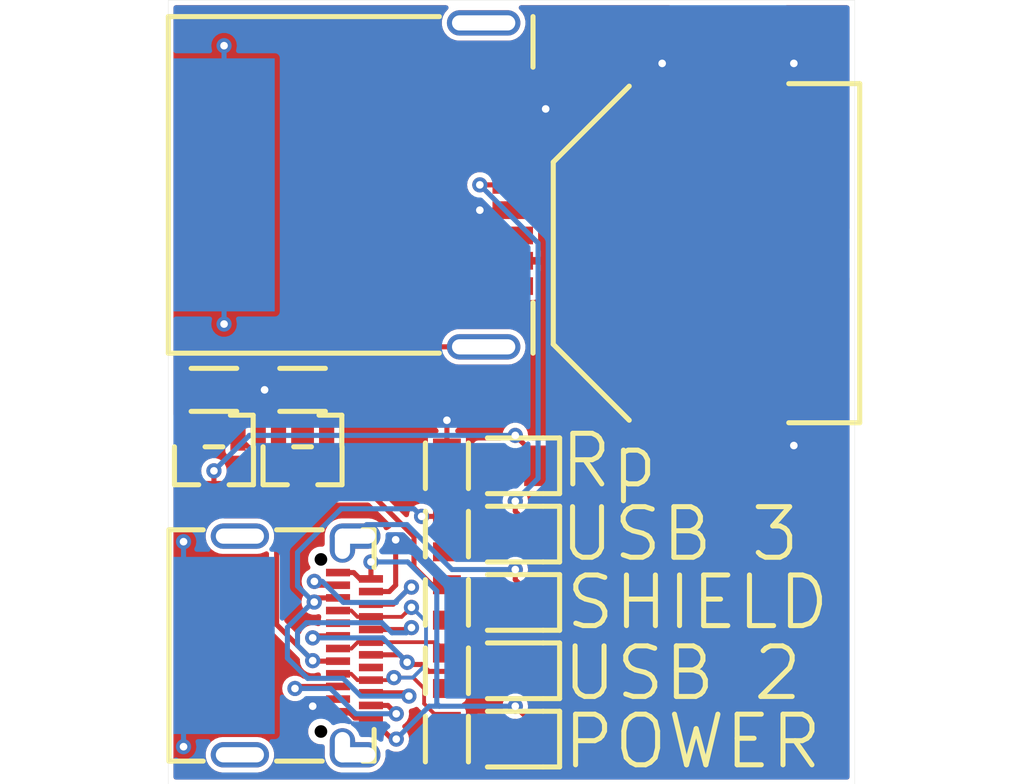
<source format=kicad_pcb>
(kicad_pcb (version 20211014) (generator pcbnew)

  (general
    (thickness 1.6)
  )

  (paper "A4")
  (title_block
    (date "$date$")
    (rev "$version$.$revision$")
    (company "CuVoodoo")
    (comment 1 "King Kévin")
    (comment 2 "CERN-OHL-S")
  )

  (layers
    (0 "F.Cu" signal)
    (31 "B.Cu" signal)
    (33 "F.Adhes" user "F.Adhesive")
    (34 "B.Paste" user)
    (35 "F.Paste" user)
    (36 "B.SilkS" user "B.Silkscreen")
    (37 "F.SilkS" user "F.Silkscreen")
    (38 "B.Mask" user)
    (39 "F.Mask" user)
    (40 "Dwgs.User" user "User.Drawings")
    (44 "Edge.Cuts" user)
    (45 "Margin" user)
    (46 "B.CrtYd" user "B.Courtyard")
    (47 "F.CrtYd" user "F.Courtyard")
    (48 "B.Fab" user)
    (49 "F.Fab" user)
  )

  (setup
    (stackup
      (layer "F.SilkS" (type "Top Silk Screen"))
      (layer "F.Paste" (type "Top Solder Paste"))
      (layer "F.Mask" (type "Top Solder Mask") (thickness 0.01))
      (layer "F.Cu" (type "copper") (thickness 0.035))
      (layer "dielectric 1" (type "core") (thickness 1.51) (material "FR4") (epsilon_r 4.5) (loss_tangent 0.02))
      (layer "B.Cu" (type "copper") (thickness 0.035))
      (layer "B.Mask" (type "Bottom Solder Mask") (thickness 0.01))
      (layer "B.Paste" (type "Bottom Solder Paste"))
      (layer "B.SilkS" (type "Bottom Silk Screen"))
      (copper_finish "None")
      (dielectric_constraints no)
    )
    (pad_to_mask_clearance 0)
    (pcbplotparams
      (layerselection 0x00010fc_ffffffff)
      (disableapertmacros false)
      (usegerberextensions false)
      (usegerberattributes true)
      (usegerberadvancedattributes true)
      (creategerberjobfile true)
      (svguseinch false)
      (svgprecision 6)
      (excludeedgelayer true)
      (plotframeref false)
      (viasonmask false)
      (mode 1)
      (useauxorigin false)
      (hpglpennumber 1)
      (hpglpenspeed 20)
      (hpglpendiameter 15.000000)
      (dxfpolygonmode true)
      (dxfimperialunits true)
      (dxfusepcbnewfont true)
      (psnegative false)
      (psa4output false)
      (plotreference true)
      (plotvalue true)
      (plotinvisibletext false)
      (sketchpadsonfab false)
      (subtractmaskfromsilk false)
      (outputformat 1)
      (mirror false)
      (drillshape 1)
      (scaleselection 1)
      (outputdirectory "")
    )
  )

  (net 0 "")
  (net 1 "VCC")
  (net 2 "GND")
  (net 3 "/PWR-")
  (net 4 "Net-(D1-Pad2)")
  (net 5 "/USB2-")
  (net 6 "Net-(D2-Pad2)")
  (net 7 "/USB3-")
  (net 8 "Net-(D3-Pad2)")
  (net 9 "Net-(D4-Pad1)")
  (net 10 "Net-(D4-Pad2)")
  (net 11 "Net-(D5-Pad2)")
  (net 12 "Net-(J1-Pad8)")
  (net 13 "Net-(J1-Pad5)")
  (net 14 "/SH-A")
  (net 15 "Net-(J2-PadA3)")
  (net 16 "/PWR+")
  (net 17 "/Rp")
  (net 18 "/USB2+")
  (net 19 "unconnected-(J2-PadA8)")
  (net 20 "/USB3+")
  (net 21 "Net-(J2-PadA11)")
  (net 22 "unconnected-(J2-PadB8)")
  (net 23 "/SH-C")
  (net 24 "Net-(Q7-Pad3)")
  (net 25 "unconnected-(J1-Pad10)")
  (net 26 "unconnected-(J2-PadS2)")
  (net 27 "unconnected-(J2-PadS4)")
  (net 28 "unconnected-(J2-PadS3)")

  (footprint "qeda:UC1608X55N" (layer "F.Cu") (at 61.3 66.4))

  (footprint "qeda:LEDC2012X80N" (layer "F.Cu") (at 64 61 -90))

  (footprint "kikit:Tab" (layer "F.Cu") (at 77.75 49.9 180))

  (footprint "qeda:CONNECTOR_XKB_U262-24XN-4BV64" (layer "F.Cu") (at 54.375 65.4 -90))

  (footprint "qeda:UC1608X55N" (layer "F.Cu") (at 52.1 55.3 90))

  (footprint "kikit:Tab" (layer "F.Cu") (at 50 47.2))

  (footprint "qeda:LEDC2012X80N" (layer "F.Cu") (at 64 63.7 -90))

  (footprint "qeda:CONNECTOR_MY-1220-03" (layer "F.Cu") (at 71.5 49.9 -90))

  (footprint "qeda:UC1608X55N" (layer "F.Cu") (at 61.3 69.1))

  (footprint "qeda:CONNECTOR_U231-09XN-4BLRA00" (layer "F.Cu") (at 57.5 47.2 -90))

  (footprint "qeda:LEDC2012X80N" (layer "F.Cu") (at 64 69.1 -90))

  (footprint "qeda:UC1608X55N" (layer "F.Cu") (at 61.3 63.7))

  (footprint "qeda:UC1608X55N" (layer "F.Cu") (at 55.6 55.3 -90))

  (footprint "qeda:SOT95P237X112-3N" (layer "F.Cu") (at 55.6 58.3 -90))

  (footprint "qeda:SOT95P237X112-3N" (layer "F.Cu") (at 52.1 58.3 -90))

  (footprint "qeda:LEDC2012X80N" (layer "F.Cu") (at 64 58.3 -90))

  (footprint "qeda:LEDC2012X80N" (layer "F.Cu") (at 64 66.4 -90))

  (footprint "qeda:UC1608X55N" (layer "F.Cu") (at 61.3 58.3))

  (footprint "qeda:UC1608X55N" (layer "F.Cu") (at 61.3 61))

  (footprint "custom:pad_C" (layer "B.Cu") (at 52.4 65.4 180))

  (footprint "custom:pad_A" (layer "B.Cu") (at 52.4 47.2 180))

  (gr_rect (start 50.3 39.9) (end 77.4 70.9) (layer "Edge.Cuts") (width 0.01) (fill none) (tstamp e110771b-8aba-42bd-84d6-617f9ea39dc4))
  (gr_text "POWER" (at 71 69.2) (layer "F.SilkS") (tstamp 28d0cc7d-8de8-4b53-95ef-6dfe09ee3a59)
    (effects (font (size 2 2) (thickness 0.2)))
  )
  (gr_text "USB 2" (at 70.6 66.5) (layer "F.SilkS") (tstamp 3859f4e5-f8f6-455c-8d1a-163e06472d32)
    (effects (font (size 2 2) (thickness 0.2)))
  )
  (gr_text "USB 3" (at 70.5 61) (layer "F.SilkS") (tstamp 4c0f3b00-6ee3-44a9-9f3c-e2b80cccfc95)
    (effects (font (size 2 2) (thickness 0.2)))
  )
  (gr_text "Rp" (at 67.7 58.1) (layer "F.SilkS") (tstamp 99fc3018-400c-48b2-8606-a82ade13f88d)
    (effects (font (size 2 2) (thickness 0.2)))
  )
  (gr_text "SHIELD" (at 71.2 63.7) (layer "F.SilkS") (tstamp aa6aed97-74af-4bcd-9533-eb1f6168cfd8)
    (effects (font (size 2 2) (thickness 0.2)))
  )

  (segment (start 72.4 42.35) (end 69.85 42.35) (width 0.2) (layer "F.Cu") (net 1) (tstamp 0ec064ea-89a2-4805-b116-c83dc8e13768))
  (segment (start 57 67.52) (end 56.28 67.52) (width 0.2) (layer "F.Cu") (net 1) (tstamp 1b8b5758-c580-4557-87a1-b6222a8116e9))
  (segment (start 63.9 48.2) (end 62.6 48.2) (width 0.2) (layer "F.Cu") (net 1) (tstamp 3b85de12-8f5e-4ee5-baa0-b3e061d387b0))
  (segment (start 74.95 57.45) (end 75 57.5) (width 0.2) (layer "F.Cu") (net 1) (tstamp 40f41ae5-c0fa-46c5-bb56-d03490ca3c74))
  (segment (start 54.9 56.1) (end 54.9 55.3) (width 0.2) (layer "F.Cu") (net 1) (tstamp 5057673a-c73c-4efa-ae8a-95656c6fbaa2))
  (segment (start 56.28 67.52) (end 56 67.8) (width 0.2) (layer "F.Cu") (net 1) (tstamp 6355cadd-40a2-4caa-bf46-5786df19e887))
  (segment (start 59.024022 63.27) (end 58.3 63.27) (width 0.2) (layer "F.Cu") (net 1) (tstamp 69ec6134-374d-4104-8d1d-f52100048361))
  (segment (start 63.9 44.2) (end 65.2 44.2) (width 0.2) (layer "F.Cu") (net 1) (tstamp 8b0223ce-8578-461b-8300-b85dbef8cc65))
  (segment (start 74.95 42.35) (end 75 42.4) (width 0.2) (layer "F.Cu") (net 1) (tstamp 916ac31c-e257-4bf6-ab3c-881b663cb45e))
  (segment (start 61.3 57.6) (end 61.3 56.5005) (width 0.2) (layer "F.Cu") (net 1) (tstamp 9e0b6373-37a1-49ce-9330-a38e67a3ca82))
  (segment (start 59.276089 61.223911) (end 59.276089 63.017933) (width 0.2) (layer "F.Cu") (net 1) (tstamp 9e2debc8-f8b5-45d8-b683-92d0cd68a8b9))
  (segment (start 54.9 55.3) (end 54.1 55.3) (width 0.2) (layer "F.Cu") (net 1) (tstamp ad39febb-c199-4774-924f-74b31058784a))
  (segment (start 59.276089 63.017933) (end 59.024022 63.27) (width 0.2) (layer "F.Cu") (net 1) (tstamp b19d611f-10c6-4b82-a5fb-8b2a03084b94))
  (segment (start 72.4 57.45) (end 74.95 57.45) (width 0.2) (layer "F.Cu") (net 1) (tstamp b851d31a-dd8e-4bc1-832f-5ff796344720))
  (segment (start 54.65 57.15) (end 54.65 56.35) (width 0.2) (layer "F.Cu") (net 1) (tstamp c25dcda4-5e3c-40df-b2ac-0359c55bfe80))
  (segment (start 69.85 42.35) (end 69.8 42.4) (width 0.2) (layer "F.Cu") (net 1) (tstamp c7981b7d-a715-4d2c-895b-cb2badb347b7))
  (segment (start 54.65 56.35) (end 54.9 56.1) (width 0.2) (layer "F.Cu") (net 1) (tstamp e68da39b-9455-46ee-9023-e1d902ce8783))
  (segment (start 72.4 42.35) (end 74.95 42.35) (width 0.2) (layer "F.Cu") (net 1) (tstamp f5dcbef9-d186-485b-bd4f-c91f0d0e3850))
  (via (at 65.2 44.2) (size 0.6) (drill 0.3) (layers "F.Cu" "B.Cu") (net 1) (tstamp 4fa1f0af-4b89-4023-9992-28f7a0a9c009))
  (via (at 59.276089 61.223911) (size 0.6) (drill 0.3) (layers "F.Cu" "B.Cu") (net 1) (tstamp 522fea9f-551e-4434-8631-a4891a80df0c))
  (via (at 69.8 42.4) (size 0.6) (drill 0.3) (layers "F.Cu" "B.Cu") (free) (net 1) (tstamp 527aad75-89e0-49ea-9c73-e418cf7b772d))
  (via (at 75 57.5) (size 0.6) (drill 0.3) (layers "F.Cu" "B.Cu") (free) (net 1) (tstamp 5a6c3353-bd2a-461c-bfd6-749bbcb38c9f))
  (via (at 56 67.8) (size 0.6) (drill 0.3) (layers "F.Cu" "B.Cu") (net 1) (tstamp 64aed69c-80f4-4314-a1a8-c168a4b46aac))
  (via (at 54.1 55.3) (size 0.6) (drill 0.3) (layers "F.Cu" "B.Cu") (net 1) (tstamp cde70262-8de2-40e1-8ac2-f0f87b0935b8))
  (via (at 62.6 48.2) (size 0.6) (drill 0.3) (layers "F.Cu" "B.Cu") (net 1) (tstamp cf64a83f-fc0f-41f5-a09f-a473f2fcaeb8))
  (via (at 61.3 56.5005) (size 0.6) (drill 0.3) (layers "F.Cu" "B.Cu") (net 1) (tstamp d2cb9189-cf73-4ae4-849f-331b6c5d53fe))
  (via (at 75 42.4) (size 0.6) (drill 0.3) (layers "F.Cu" "B.Cu") (free) (net 1) (tstamp dece80db-b223-47d7-a844-ee468c4ea71a))
  (segment (start 51.15 57.15) (end 51.15 56.25) (width 0.2) (layer "F.Cu") (net 2) (tstamp 3e8c52f4-c292-41de-b893-dff2eb05e5b7))
  (segment (start 51.4 55.3) (end 51.4 56.1) (width 0.2) (layer "F.Cu") (net 2) (tstamp 5585f689-7e40-4829-8910-d2356495f5fc))
  (segment (start 51.4 56.1) (end 51.3 56.2) (width 0.2) (layer "F.Cu") (net 2) (tstamp 9b592365-c8d5-4a2e-badf-1836595f56dc))
  (segment (start 51.3 56.2) (end 50.8 56.2) (width 0.2) (layer "F.Cu") (net 2) (tstamp ad282a46-12ef-4760-80d9-dd50359b8f5e))
  (segment (start 51.3 56.2) (end 52 56.2) (width 0.2) (layer "F.Cu") (net 2) (tstamp e6904079-8b45-44a7-954b-50b7606e0247))
  (segment (start 51.15 56.25) (end 51.2 56.2) (width 0.2) (layer "F.Cu") (net 2) (tstamp e973af6f-a678-41e3-b6da-a874a1dde2aa))
  (via (at 52.5 52.7) (size 0.6) (drill 0.3) (layers "F.Cu" "B.Cu") (free) (net 2) (tstamp 0adbdb3a-b4d2-41cc-bf50-f2cae164ce39))
  (via (at 52.5 41.7) (size 0.6) (drill 0.3) (layers "F.Cu" "B.Cu") (free) (net 2) (tstamp 296fb7f1-1974-424c-a8b2-73df8b494b41))
  (via (at 50.9 69.4) (size 0.6) (drill 0.3) (layers "F.Cu" "B.Cu") (free) (net 2) (tstamp 5b108c2c-8a29-4a2e-91c4-542177498c7e))
  (via (at 50.9 61.3) (size 0.6) (drill 0.3) (layers "F.Cu" "B.Cu") (free) (net 2) (tstamp e17a7adb-d249-4f09-8b74-512b1d67ef6c))
  (segment (start 52.5 52.7) (end 52.5 47.2) (width 0.2) (layer "B.Cu") (net 2) (tstamp 2632d420-b156-40e8-9458-c0f98e590ea6))
  (segment (start 52.5 41.7) (end 52.5 47.2) (width 0.2) (layer "B.Cu") (net 2) (tstamp 2da33d65-0ee9-4772-a8d4-f309ba809487))
  (segment (start 50.9 61.3) (end 50.9 63.8) (width 0.2) (layer "B.Cu") (net 2) (tstamp 34f7e865-f565-4861-b0a2-849b03cfb77d))
  (segment (start 50.9 69.4) (end 50.9 67) (width 0.2) (layer "B.Cu") (net 2) (tstamp 6744e9b6-8143-42af-92b5-af9275c3ccb4))
  (segment (start 50.9 63.8) (end 52.5 65.4) (width 0.2) (layer "B.Cu") (net 2) (tstamp a048a9aa-add2-4616-9d3b-ce70a036ddcb))
  (segment (start 50.9 67) (end 52.5 65.4) (width 0.2) (layer "B.Cu") (net 2) (tstamp ee761e24-175e-43fe-a11c-7c6f54ca9a66))
  (segment (start 57.87 62.77) (end 58.3 62.77) (width 0.2) (layer "F.Cu") (net 3) (tstamp 28290c71-68de-4c28-8728-ad8c7232ab45))
  (segment (start 64.9 68.7) (end 64 67.8) (width 0.2) (layer "F.Cu") (net 3) (tstamp 30d00695-2761-4e24-8335-8327aaa75002))
  (segment (start 57.62 62.52) (end 57.87 62.77) (width 0.2) (layer "F.Cu") (net 3) (tstamp 33226df9-6400-49bc-887f-48f8f75bdba5))
  (segment (start 58.3 62.77) (end 58.3 62.1) (width 0.2) (layer "F.Cu") (net 3) (tstamp 3f0c5b8a-8754-48a3-907b-6d807b9c72b0))
  (segment (start 57 62.52) (end 57.62 62.52) (width 0.2) (layer "F.Cu") (net 3) (tstamp 64c92ce1-6f9d-46f2-b7a7-1128a377480f))
  (segment (start 64.9 69.1) (end 64.9 68.7) (width 0.2) (layer "F.Cu") (net 3) (tstamp 6c9b78b1-2421-4c64-a4af-ad160cdaab73))
  (segment (start 57.42 68.02) (end 57.67 68.27) (width 0.2) (layer "F.Cu") (net 3) (tstamp 72fcd135-1384-4732-8938-e7add491d0ec))
  (segment (start 59.13 69.1) (end 58.3 68.27) (width 0.2) (layer "F.Cu") (net 3) (tstamp 9e4290f1-51d5-4f7d-81b6-76bba4400bdb))
  (segment (start 59.3 69.1) (end 59.13 69.1) (width 0.2) (layer "F.Cu") (net 3) (tstamp a8abf6e0-f867-45c8-b60c-2e28824cb312))
  (segment (start 57.67 68.27) (end 58.3 68.27) (width 0.2) (layer "F.Cu") (net 3) (tstamp edd723ed-ada5-4c33-b836-6a765deb5ab8))
  (segment (start 57 68.02) (end 57.42 68.02) (width 0.2) (layer "F.Cu") (net 3) (tstamp f595d2d8-fada-4670-85d5-7eadd6975f3a))
  (via (at 58.3 62.1) (size 0.6) (drill 0.3) (layers "F.Cu" "B.Cu") (net 3) (tstamp 61228115-c3c1-4c09-9057-e8b0ee5d5179))
  (via (at 59.3 69.1) (size 0.6) (drill 0.3) (layers "F.Cu" "B.Cu") (net 3) (tstamp 8b661746-cf2c-4a6f-956a-30db112cbceb))
  (via (at 64 67.8) (size 0.6) (drill 0.3) (layers "F.Cu" "B.Cu") (net 3) (tstamp e57c7d3f-2011-4453-ba51-7180f65ec00b))
  (segment (start 64 67.8) (end 61 67.8) (width 0.2) (layer "B.Cu") (net 3) (tstamp 03560363-6a61-4260-ad7c-0a7b18fd9387))
  (segment (start 60.9 63.247986) (end 60.9 67.7) (width 0.2) (layer "B.Cu") (net 3) (tstamp 1dc02f56-c601-4978-ad6f-99ab3cb9600d))
  (segment (start 61 67.8) (end 60.6 67.8) (width 0.2) (layer "B.Cu") (net 3) (tstamp 262efff9-07f6-4127-8dae-3449e11ab2e2))
  (segment (start 59.752014 62.1) (end 60.9 63.247986) (width 0.2) (layer "B.Cu") (net 3) (tstamp 706d331e-9990-47fa-bd71-ffef050819a7))
  (segment (start 60.9 67.7) (end 61 67.8) (width 0.2) (layer "B.Cu") (net 3) (tstamp 8870284b-bbeb-44c8-a36c-49d893d9d8fa))
  (segment (start 60.6 67.8) (end 59.3 69.1) (width 0.2) (layer "B.Cu") (net 3) (tstamp 88a0a88a-c116-4b88-8174-b1fddfa375b8))
  (segment (start 58.3 62.1) (end 59.752014 62.1) (width 0.2) (layer "B.Cu") (net 3) (tstamp 8ec74bc7-7979-4d25-bb25-1002dd3211ed))
  (segment (start 62.4 69.8) (end 63.1 69.1) (width 0.2) (layer "F.Cu") (net 4) (tstamp 06509903-9442-42f4-87a3-aa6effd51270))
  (segment (start 61.3 69.8) (end 62.4 69.8) (width 0.2) (layer "F.Cu") (net 4) (tstamp 92e5436c-8cd0-4fdc-8734-73ea33ab81b2))
  (segment (start 59.434312 65.77) (end 58.3 65.77) (width 0.2) (layer "F.Cu") (net 5) (tstamp 0fc718bd-20bf-4e09-8059-b80b256078a1))
  (segment (start 56.08 65.02) (end 56 65.1) (width 0.2) (layer "F.Cu") (net 5) (tstamp 144cb0a8-c226-41b7-b231-5a667076bcd5))
  (segment (start 62.4 65.3) (end 63.949022 65.3) (width 0.2) (layer "F.Cu") (net 5) (tstamp 39e8fab7-e3b2-483d-bee8-a812d8a861cd))
  (segment (start 62.250489 66.273533) (end 62.250489 65.449511) (width 0.2) (layer "F.Cu") (net 5) (tstamp 5b4c0919-1e6b-4e97-9192-b1bf7a7caee7))
  (segment (start 59.729808 66.065496) (end 59.81529 66.150978) (width 0.2) (layer "F.Cu") (net 5) (tstamp 6244e5a5-1887-44c1-921a-22c225f4ed75))
  (segment (start 62.098533 66.425489) (end 62.250489 66.273533) (width 0.2) (layer "F.Cu") (net 5) (tstamp 67cffd96-66e1-4f8d-a493-5f1f80ab8495))
  (segment (start 64.9 66.250978) (end 64.9 66.4) (width 0.2) (layer "F.Cu") (net 5) (tstamp 812711a1-1db5-45f9-8402-3f59cef0a66e))
  (segment (start 57 65.02) (end 56.08 65.02) (width 0.2) (layer "F.Cu") (net 5) (tstamp 81492a5c-d7b0-4e18-9355-4604ecdbffbc))
  (segment (start 59.81529 66.150978) (end 60.3 66.150978) (width 0.2) (layer "F.Cu") (net 5) (tstamp b09ed1ab-bd78-457e-b690-5a269a22f9e2))
  (segment (start 62.250489 65.449511) (end 62.4 65.3) (width 0.2) (layer "F.Cu") (net 5) (tstamp b99c66e4-fe49-46ab-8449-b9ad6b94dbfc))
  (segment (start 60.3 66.150978) (end 60.574511 66.425489) (width 0.2) (layer "F.Cu") (net 5) (tstamp e95a020f-b884-4c3e-9086-4b4235ac5ec8))
  (segment (start 63.949022 65.3) (end 64.9 66.250978) (width 0.2) (layer "F.Cu") (net 5) (tstamp edc3baf0-16d6-4606-a34e-1ccbcaa52ab8))
  (segment (start 60.574511 66.425489) (end 62.098533 66.425489) (width 0.2) (layer "F.Cu") (net 5) (tstamp f141967a-c0ab-4b1e-ad40-f448b7f7d947))
  (segment (start 59.729808 66.065496) (end 59.434312 65.77) (width 0.2) (layer "F.Cu") (net 5) (tstamp fee3ca4b-a214-46b3-9cb4-84f213190977))
  (via (at 59.729808 66.065496) (size 0.6) (drill 0.3) (layers "F.Cu" "B.Cu") (net 5) (tstamp d16c3a18-cdc1-4179-9758-b39f74001ef6))
  (via (at 56 65.1) (size 0.6) (drill 0.3) (layers "F.Cu" "B.Cu") (net 5) (tstamp dead273e-4cd2-49fd-9279-ca8452283aec))
  (segment (start 59.729808 66.065496) (end 58.764312 65.1) (width 0.2) (layer "B.Cu") (net 5) (tstamp 6d43aa55-7c83-46a6-a197-3d6b71417ad4))
  (segment (start 58.764312 65.1) (end 56 65.1) (width 0.2) (layer "B.Cu") (net 5) (tstamp 82f2ee27-d41f-4f1d-b6c2-4795bb7b85de))
  (segment (start 62.4 67.1) (end 63.1 66.4) (width 0.2) (layer "F.Cu") (net 6) (tstamp c360a504-90a0-4d4b-be27-6c560537bcf3))
  (segment (start 61.3 67.1) (end 62.4 67.1) (width 0.2) (layer "F.Cu") (net 6) (tstamp e1eee509-ea3d-4376-92ce-6543c57e18f5))
  (segment (start 63.9 47.2) (end 62.6 47.2) (width 0.2) (layer "F.Cu") (net 7) (tstamp 082efa80-21ad-47b6-93ac-219b6d5d19ec))
  (segment (start 64 60.1) (end 64.9 61) (width 0.2) (layer "F.Cu") (net 7) (tstamp 0982c320-41d0-4282-82c8-c03c9c5254d1))
  (segment (start 64 59.7) (end 64 60.1) (width 0.2) (layer "F.Cu") (net 7) (tstamp 7ec8cb36-5a02-42fc-82ee-8cb2604766dd))
  (via (at 64 59.7) (size 0.6) (drill 0.3) (layers "F.Cu" "B.Cu") (net 7) (tstamp 63ceaa7b-3446-4530-808d-5bd8a9a9b270))
  (via (at 62.6 47.2) (size 0.6) (drill 0.3) (layers "F.Cu" "B.Cu") (net 7) (tstamp fed793c4-5920-4faa-8924-fb809828384f))
  (segment (start 64.900489 58.799511) (end 64.900489 49.500489) (width 0.2) (layer "B.Cu") (net 7) (tstamp 0d169fdd-0647-4144-b48a-f330c5b6aead))
  (segment (start 64 59.7) (end 64.900489 58.799511) (width 0.2) (layer "B.Cu") (net 7) (tstamp 4d411035-f8e7-4ab1-bccf-bb9ceced5881))
  (segment (start 64.900489 49.500489) (end 62.6 47.2) (width 0.2) (layer "B.Cu") (net 7) (tstamp 812beb1f-4872-4838-806c-81ab5e558f5f))
  (segment (start 62.4 61.7) (end 63.1 61) (width 0.2) (layer "F.Cu") (net 8) (tstamp 2d65021b-1d2c-4c04-b724-b366f1e833cf))
  (segment (start 61.3 61.7) (end 62.4 61.7) (width 0.2) (layer "F.Cu") (net 8) (tstamp 33696b01-17e0-42f4-97e2-ea740f87064e))
  (segment (start 52.1 58.5) (end 52.1 59.45) (width 0.2) (layer "F.Cu") (net 9) (tstamp 3c14ee8f-9a4f-46ea-afdb-aa9a9b7bf048))
  (segment (start 64.9 58) (end 64 57.1) (width 0.2) (layer "F.Cu") (net 9) (tstamp 7c7ab7b4-5070-4ed7-9886-e339d46c25fb))
  (segment (start 64.9 58.3) (end 64.9 58) (width 0.2) (layer "F.Cu") (net 9) (tstamp c19515e2-da46-48cf-938f-85c3f081425e))
  (via (at 64 57.1) (size 0.6) (drill 0.3) (layers "F.Cu" "B.Cu") (net 9) (tstamp 3af5ac5c-4cd6-4c08-91d9-7786621392e8))
  (via (at 52.1 58.5) (size 0.6) (drill 0.3) (layers "F.Cu" "B.Cu") (net 9) (tstamp ae2c0a70-2378-43ca-8685-04fb9d234ad8))
  (segment (start 64 57.1) (end 53.5 57.1) (width 0.2) (layer "B.Cu") (net 9) (tstamp 9dfc212d-9831-4f8e-8e12-6a1b371bf03e))
  (segment (start 53.5 57.1) (end 52.1 58.5) (width 0.2) (layer "B.Cu") (net 9) (tstamp e8caf5c6-8784-4cf3-bf4c-f587fe83f85c))
  (segment (start 61.3 59) (end 62.4 59) (width 0.2) (layer "F.Cu") (net 10) (tstamp 600bf926-757a-4ba3-85e6-922f96976d2a))
  (segment (start 62.4 59) (end 63.1 58.3) (width 0.2) (layer "F.Cu") (net 10) (tstamp d6297aad-2160-46a6-b90b-5d247f2de6a1))
  (segment (start 62.4 64.4) (end 63.1 63.7) (width 0.2) (layer "F.Cu") (net 11) (tstamp 8c73cd64-a10b-4858-8882-a99d1f846635))
  (segment (start 61.3 64.4) (end 62.4 64.4) (width 0.2) (layer "F.Cu") (net 11) (tstamp d00bd804-a559-4e7f-b2f8-adbbae07fff7))
  (segment (start 62.4 44.8) (end 62.8 45.2) (width 0.2) (layer "F.Cu") (net 12) (tstamp 45cfbb0f-1c5b-43ff-8533-b7e190cf389b))
  (segment (start 63.9 43.2) (end 62.8 43.2) (width 0.2) (layer "F.Cu") (net 12) (tstamp 4935fee8-0ddb-46bc-b996-bcf8323e668a))
  (segment (start 62.4 43.6) (end 62.4 44.8) (width 0.2) (layer "F.Cu") (net 12) (tstamp a962cbfa-7c3c-443d-a1fd-57c1f365e664))
  (segment (start 62.8 45.2) (end 63.9 45.2) (width 0.2) (layer "F.Cu") (net 12) (tstamp add3771a-39c6-4bbe-9d69-4a67a27dbc26))
  (segment (start 62.8 43.2) (end 62.4 43.6) (width 0.2) (layer "F.Cu") (net 12) (tstamp c1f4cebc-f59d-49cc-b8d8-cee160f95adb))
  (segment (start 63.9 49.2) (end 62.9 49.2) (width 0.2) (layer "F.Cu") (net 13) (tstamp 757b6d0a-4def-4e83-be0c-da2a4643d0a7))
  (segment (start 62.9 49.2) (end 62.4 49.7) (width 0.2) (layer "F.Cu") (net 13) (tstamp 8053613e-4da5-4674-956b-0172ac5f84a0))
  (segment (start 62.4 49.7) (end 62.4 50.7) (width 0.2) (layer "F.Cu") (net 13) (tstamp 88040059-67a4-499c-9026-190d2a993001))
  (segment (start 62.9 51.2) (end 63.9 51.2) (width 0.2) (layer "F.Cu") (net 13) (tstamp 89289089-3246-439a-a0bd-35dcbad4cb49))
  (segment (start 62.4 50.7) (end 62.9 51.2) (width 0.2) (layer "F.Cu") (net 13) (tstamp c6f8c1ef-a233-4fca-ad84-621eb972d8b5))
  (segment (start 58 53.6) (end 56.3 55.3) (width 0.2) (layer "F.Cu") (net 14) (tstamp 9313de47-ad3c-4255-81ae-34638695b0a0))
  (segment (start 56.55 57.15) (end 56.55 56.25) (width 0.2) (layer "F.Cu") (net 14) (tstamp af6bee64-140c-4c39-a693-c8ebf2547fbd))
  (segment (start 56.55 56.25) (end 56.55 55.55) (width 0.2) (layer "F.Cu") (net 14) (tstamp c6fe10ab-3b47-4805-b58f-7ed2d4409a05))
  (segment (start 62.75 53.6) (end 58 53.6) (width 0.2) (layer "F.Cu") (net 14) (tstamp d128ede1-b493-4347-8248-7237739ed435))
  (segment (start 56.55 55.55) (end 56.3 55.3) (width 0.2) (layer "F.Cu") (net 14) (tstamp e378255f-dad8-486a-a91b-a50579b46dca))
  (segment (start 58.3 63.77) (end 59.178085 63.77) (width 0.2) (layer "F.Cu") (net 15) (tstamp 1999fdda-b3cd-4b34-b78b-6b631e42f685))
  (segment (start 57 63.02) (end 56.216416 63.02) (width 0.2) (layer "F.Cu") (net 15) (tstamp 33ce2d79-cd34-4a55-8db9-806c37f11890))
  (segment (start 59.851589 63.096496) (end 59.900672 63.096496) (width 0.2) (layer "F.Cu") (net 15) (tstamp 6ffb6b44-1b6f-46b2-adf7-9dc8e95491f3))
  (segment (start 59.178085 63.77) (end 59.851589 63.096496) (width 0.2) (layer "F.Cu") (net 15) (tstamp 92d9609c-1018-4020-8408-b22e1b86c5ae))
  (segment (start 56.216416 63.02) (end 56.06596 62.869544) (width 0.2) (layer "F.Cu") (net 15) (tstamp 9e9355c0-df62-4a39-905b-9406ed732fc6))
  (via (at 56.06596 62.869544) (size 0.6) (drill 0.3) (layers "F.Cu" "B.Cu") (net 15) (tstamp 581f32bb-9ddc-4471-b080-76e130484983))
  (via (at 59.900672 63.096496) (size 0.6) (drill 0.3) (layers "F.Cu" "B.Cu") (net 15) (tstamp b758e163-5102-46e6-a850-b3b6ff0de536))
  (segment (start 59.3 63.648085) (end 59.3 63.7) (width 0.2) (layer "B.Cu") (net 15) (tstamp 279f8941-5e19-463c-8d8f-d5fc08dd1b0e))
  (segment (start 59.3 63.7) (end 57.211699 63.7) (width 0.2) (layer "B.Cu") (net 15) (tstamp 62edeeab-d68e-4848-b8b6-0a6e84f8c1a9))
  (segment (start 59.851589 63.096496) (end 59.3 63.648085) (width 0.2) (layer "B.Cu") (net 15) (tstamp 800742b1-ea68-430f-b38d-b650b44f9057))
  (segment (start 56.381243 62.869544) (end 56.06596 62.869544) (width 0.2) (layer "B.Cu") (net 15) (tstamp afc06b9b-0555-49ad-a75f-16ecde840603))
  (segment (start 59.900672 63.096496) (end 59.851589 63.096496) (width 0.2) (layer "B.Cu") (net 15) (tstamp c46343eb-af26-43f7-8b9b-17255129c1f2))
  (segment (start 57.211699 63.7) (end 56.381243 62.869544) (width 0.2) (layer "B.Cu") (net 15) (tstamp d835af60-ec0d-472e-b764-5789ed185a0a))
  (segment (start 57 64.02) (end 57.52 64.02) (width 0.15) (layer "F.Cu") (net 16) (tstamp 17b2821c-9b29-4198-aa70-180564528a28))
  (segment (start 59.207146 66.6705) (end 59.9705 66.6705) (width 0.15) (layer "F.Cu") (net 16) (tstamp 21860735-99ca-40fa-86d0-8a4e0e9d557b))
  (segment (start 59.899925 63.895998) (end 59.674934 64.120989) (width 0.15) (layer "F.Cu") (net 16) (tstamp 41cbf25a-2f94-4725-be3d-3c9fdf2a3017))
  (segment (start 59.107646 66.77) (end 59.207146 66.6705) (width 0.15) (layer "F.Cu") (net 16) (tstamp 4e6709cf-762d-427c-8534-22e2be7cb912))
  (segment (start 59.662529 64.120989) (end 59.513518 64.27) (width 0.15) (layer "F.Cu") (net 16) (tstamp 5b78b96f-bbfb-4d01-8f96-fddb62cc7b2b))
  (segment (start 58.3 66.77) (end 59.107646 66.77) (width 0.15) (layer "F.Cu") (net 16) (tstamp 6100481f-aff1-46d4-982f-3ff26d92b3f2))
  (segment (start 57 66.52) (end 57.52 66.52) (width 0.15) (layer "F.Cu") (net 16) (tstamp 6e65f4f8-9e8d-4724-8425-ecc50db044f1))
  (segment (start 59.513518 64.27) (end 58.3 64.27) (width 0.15) (layer "F.Cu") (net 16) (tstamp 74c59a5f-a887-47b2-8ba1-82797869c834))
  (segment (start 57.52 66.52) (end 57.77 66.77) (width 0.15) (layer "F.Cu") (net 16) (tstamp 80d0a409-42e8-426e-ba03-1b5244f06655))
  (segment (start 59.9705 66.6705) (end 60.4 67.1) (width 0.15) (layer "F.Cu") (net 16) (tstamp 87dd1b5b-8aad-4cd8-b03b-8219682c3779))
  (segment (start 57.52 64.02) (end 57.77 64.27) (width 0.15) (layer "F.Cu") (net 16) (tstamp 9013eee6-b64d-40fa-a83e-b27ec895221b))
  (segment (start 57.77 66.77) (end 58.3 66.77) (width 0.15) (layer "F.Cu") (net 16) (tstamp a0e57082-d29f-41ba-926e-5eb600adeb09))
  (segment (start 59.674934 64.120989) (end 59.662529 64.120989) (width 0.15) (layer "F.Cu") (net 16) (tstamp a59e34c0-205f-455d-b8c8-36e95924bcd8))
  (segment (start 61.1 68.4) (end 61.3 68.4) (width 0.15) (layer "F.Cu") (net 16) (tstamp ae0786e2-53b5-4f7f-9dc9-4f01b1eeb4d6))
  (segment (start 60.4 67.1) (end 60.4 67.7) (width 0.15) (layer "F.Cu") (net 16) (tstamp dc5f25db-aeee-4fae-b2d8-9ec545e2c84a))
  (segment (start 57.77 64.27) (end 58.3 64.27) (width 0.15) (layer "F.Cu") (net 16) (tstamp df20a2e8-6a68-4b24-a4aa-5430bf05df97))
  (segment (start 60.4 67.7) (end 61.1 68.4) (width 0.15) (layer "F.Cu") (net 16) (tstamp ecbe0046-f121-4584-94a9-cd17e6aec82e))
  (via (at 59.899925 63.895998) (size 0.6) (drill 0.3) (layers "F.Cu" "B.Cu") (net 16) (tstamp 7354a64d-c91d-4ac9-a819-952426dc9142))
  (via (at 59.207146 66.6705) (size 0.6) (drill 0.3) (layers "F.Cu" "B.Cu") (net 16) (tstamp cdea7b84-076c-4f56-aca0-5b8e84ab5297))
  (segment (start 59.954989 66.6705) (end 59.207146 66.6705) (width 0.15) (layer "B.Cu") (net 16) (tstamp 3f6b30f6-23b7-4d6e-8fbe-e3aa3c98e00a))
  (segment (start 60.017482 64) (end 60.475011 64.457529) (width 0.15) (layer "B.Cu") (net 16) (tstamp 65a3d422-7ee4-471e-96a4-5092c4d7a106))
  (segment (start 59.899925 63.895998) (end 60.003927 64) (width 0.15) (layer "B.Cu") (net 16) (tstamp b3665817-9b68-4f72-b6fd-11f6e1069296))
  (segment (start 60.475011 66.150478) (end 59.954989 66.6705) (width 0.15) (layer "B.Cu") (net 16) (tstamp b7715cd4-4546-4d5a-9eae-0c91f4af9278))
  (segment (start 60.003927 64) (end 60.017482 64) (width 0.15) (layer "B.Cu") (net 16) (tstamp ba1db7a5-b5f8-4c49-9498-fe7854c54e67))
  (segment (start 60.475011 64.457529) (end 60.475011 66.150478) (width 0.15) (layer "B.Cu") (net 16) (tstamp ee950e96-3105-47a9-b219-97d2819305c6))
  (segment (start 56 66) (end 54.57452 64.57452) (width 0.2) (layer "F.Cu") (net 17) (tstamp 37344c70-55e7-4b18-9f13-bb6e01d39c45))
  (segment (start 56.02 66.02) (end 56 66) (width 0.2) (layer "F.Cu") (net 17) (tstamp 403015a3-4731-4cbb-83e6-fecf924c41fe))
  (segment (start 59.826 64.77) (end 58.3 64.77) (width 0.2) (layer "F.Cu") (net 17) (tstamp 437cc4f3-1784-448c-ad2c-4e52c2e32efd))
  (segment (start 54.57452 58.67452) (end 53.05 57.15) (width 0.2) (layer "F.Cu") (net 17) (tstamp 642463f4-e7a0-49d2-9d7d-f32fbe9f483f))
  (segment (start 53.05 55.55) (end 52.8 55.3) (width 0.2) (layer "F.Cu") (net 17) (tstamp 710a1816-53cd-4825-9207-28017c5120bc))
  (segment (start 57 66.02) (end 56.02 66.02) (width 0.2) (layer "F.Cu") (net 17) (tstamp 7523f17d-577d-4f32-9757-c8c490a68615))
  (segment (start 59.9005 64.6955) (end 59.826 64.77) (width 0.2) (layer "F.Cu") (net 17) (tstamp b7277299-f263-4b1b-8872-bad30caded7f))
  (segment (start 54.57452 64.57452) (end 54.57452 58.67452) (width 0.2) (layer "F.Cu") (net 17) (tstamp c28c627c-8e2d-4db7-afe6-33bafe0a2f4d))
  (segment (start 53.05 57.15) (end 53.05 55.55) (width 0.2) (layer "F.Cu") (net 17) (tstamp f9081e4b-c1d0-4e5f-87cb-9386d8c59fbf))
  (via (at 59.9005 64.6955) (size 0.6) (drill 0.3) (layers "F.Cu" "B.Cu") (net 17) (tstamp 1058638b-0448-4b13-b8cd-6e6cb2991d52))
  (via (at 56 66) (size 0.6) (drill 0.3) (layers "F.Cu" "B.Cu") (net 17) (tstamp 5e70abfd-eaf8-448b-b8f0-9829f1f629c8))
  (segment (start 58.729807 64.500489) (end 55.751673 64.500489) (width 0.2) (layer "B.Cu") (net 17) (tstamp 33c36b57-c0bf-4461-9aaa-ce4e7747f214))
  (segment (start 59.696 64.9) (end 59.129318 64.9) (width 0.2) (layer "B.Cu") (net 17) (tstamp 6c98df7a-299e-4711-95fd-414992615bfb))
  (segment (start 55.400489 64.851673) (end 55.400489 65.400489) (width 0.2) (layer "B.Cu") (net 17) (tstamp 76bd36e9-2b15-433b-8623-8dc25ff5a400))
  (segment (start 59.9005 64.6955) (end 59.696 64.9) (width 0.2) (layer "B.Cu") (net 17) (tstamp 77535946-c973-4a96-95b8-11b8a2f8d983))
  (segment (start 59.129318 64.9) (end 58.729807 64.500489) (width 0.2) (layer "B.Cu") (net 17) (tstamp 96803f82-2a50-4ed3-ac99-6cfbad85dd8c))
  (segment (start 55.751673 64.500489) (end 55.400489 64.851673) (width 0.2) (layer "B.Cu") (net 17) (tstamp 9f0bc63f-1460-43a0-b805-0fa2112e7239))
  (segment (start 55.400489 65.400489) (end 56 66) (width 0.2) (layer "B.Cu") (net 17) (tstamp d7fd82c1-0548-469d-852b-f973ef1fedd6))
  (segment (start 58.3 65.27) (end 60.87 65.27) (width 0.15) (layer "F.Cu") (net 18) (tstamp 0c38640b-8b09-4f8b-b836-abe3013c930a))
  (segment (start 57.780489 65.27) (end 57.530489 65.52) (width 0.15) (layer "F.Cu") (net 18) (tstamp 9f875f3b-75d8-4ab5-ba15-ab57767145e5))
  (segment (start 57.530489 65.52) (end 57 65.52) (width 0.15) (layer "F.Cu") (net 18) (tstamp ae708ea0-f24a-4229-97fa-4a42c08438a3))
  (segment (start 60.87 65.27) (end 61.3 65.7) (width 0.15) (layer "F.Cu") (net 18) (tstamp c26527dd-e6bc-4e1c-9e48-befadafea0f0))
  (segment (start 58.3 65.27) (end 57.780489 65.27) (width 0.15) (layer "F.Cu") (net 18) (tstamp e0855b11-26db-4ead-90c1-ecd50a06b896))
  (segment (start 56.225715 63.52) (end 57 63.52) (width 0.2) (layer "F.Cu") (net 20) (tstamp 3acbcd2f-27c0-4709-979d-3b7336372b5d))
  (segment (start 59.67 67.27) (end 59.8 67.4) (width 0.2) (layer "F.Cu") (net 20) (tstamp 944ad369-e13b-4129-9657-05f054f31058))
  (segment (start 58.3 67.27) (end 59.67 67.27) (width 0.2) (layer "F.Cu") (net 20) (tstamp ce5a214e-e949-4e56-8f99-95557a3c80a2))
  (segment (start 56.061225 63.68449) (end 56.225715 63.52) (width 0.2) (layer "F.Cu") (net 20) (tstamp df4f1b29-697b-42ca-8eb1-ee4d1edfffb5))
  (segment (start 60.3 60.3) (end 61.3 60.3) (width 0.2) (layer "F.Cu") (net 20) (tstamp fddb5796-afc6-4507-a67a-652701b518de))
  (via (at 56.061225 63.68449) (size 0.6) (drill 0.3) (layers "F.Cu" "B.Cu") (net 20) (tstamp 5c5e998c-ab9c-45aa-9d11-93f4b917d5aa))
  (via (at 59.8 67.4) (size 0.6) (drill 0.3) (layers "F.Cu" "B.Cu") (net 20) (tstamp 6006943d-3a6b-47d6-aad6-b4b26f7ed1da))
  (via (at 60.3 60.3) (size 0.6) (drill 0.3) (layers "F.Cu" "B.Cu") (net 20) (tstamp cbcab39e-255e-4356-b4ad-568db02be456))
  (segment (start 55.80048 66.70048) (end 57.20048 66.70048) (width 0.2) (layer "B.Cu") (net 20) (tstamp 04c664a8-68e5-476a-89f5-7523558b0dac))
  (segment (start 55.00097 64.686186) (end 55.00097 65.90097) (width 0.2) (layer "B.Cu") (net 20) (tstamp 13866240-90b8-4f3a-b916-e41131788f4c))
  (segment (start 55.4 63.051422) (end 55.4 61.724308) (width 0.2) (layer "B.Cu") (net 20) (tstamp 1fa1b9a5-23af-4830-a50a-e74c8023bde1))
  (segment (start 55.4 61.724308) (end 57.124308 60) (width 0.2) (layer "B.Cu") (net 20) (tstamp 26098c39-2bae-419b-8cf1-7a6677cf507a))
  (segment (start 57.124308 60) (end 60 60) (width 0.2) (layer "B.Cu") (net 20) (tstamp 426fde91-1280-4d5d-9075-46502827b6c0))
  (segment (start 60 60) (end 60.3 60.3) (width 0.2) (layer "B.Cu") (net 20) (tstamp 51cf6a37-ecd8-4fb7-b019-43e2a1c3dc5e))
  (segment (start 56.061225 63.68449) (end 56.002666 63.68449) (width 0.2) (layer "B.Cu") (net 20) (tstamp 720190b3-9634-4e18-ab1e-7010e9155daf))
  (segment (start 57.9 67.4) (end 59.8 67.4) (width 0.2) (layer "B.Cu") (net 20) (tstamp 814e2a68-efef-43f5-9dbc-2174a0471912))
  (segment (start 56.033068 63.68449) (end 55.4 63.051422) (width 0.2) (layer "B.Cu") (net 20) (tstamp 8deff56e-f994-436f-aeb6-2b1e261a16e9))
  (segment (start 55.00097 65.90097) (end 55.80048 66.70048) (width 0.2) (layer "B.Cu") (net 20) (tstamp abe60521-ec8a-4eb7-bcfb-72ffd0c2e426))
  (segment (start 56.061225 63.68449) (end 56.033068 63.68449) (width 0.2) (layer "B.Cu") (net 20) (tstamp c17ed371-8862-49a8-a7d7-e671b77c9928))
  (segment (start 56.002666 63.68449) (end 55.00097 64.686186) (width 0.2) (layer "B.Cu") (net 20) (tstamp d7586676-0bba-4b4e-97f0-814e474c2e83))
  (segment (start 57.20048 66.70048) (end 57.9 67.4) (width 0.2) (layer "B.Cu") (net 20) (tstamp f1795a69-a6fa-4bb6-b64a-c8afbeec7bf6))
  (segment (start 58.97 67.77) (end 58.3 67.77) (width 0.2) (layer "F.Cu") (net 21) (tstamp 775920e1-4c27-4a46-b66a-3af97f817a69))
  (segment (start 59.3 68.1) (end 58.97 67.77) (width 0.2) (layer "F.Cu") (net 21) (tstamp 905925ae-53e8-4429-9d47-ac2bc3188113))
  (segment (start 55.3 67.1) (end 55.38 67.02) (width 0.2) (layer "F.Cu") (net 21) (tstamp 9b3eb714-d2ae-4526-927b-773770ce0b2b))
  (segment (start 55.38 67.02) (end 57 67.02) (width 0.2) (layer "F.Cu") (net 21) (tstamp bf8ba8a0-36d5-4e5d-ac0b-d5f75dc5f60d))
  (via (at 59.3 68.1) (size 0.6) (drill 0.3) (layers "F.Cu" "B.Cu") (net 21) (tstamp 2333aaf4-17d6-4e23-ad2e-82b13e48715f))
  (via (at 55.3 67.1) (size 0.6) (drill 0.3) (layers "F.Cu" "B.Cu") (net 21) (tstamp 66ab4398-1c3d-42ce-aa14-eefaae86af29))
  (segment (start 55.3 67.1) (end 56.7 67.1) (width 0.2) (layer "B.Cu") (net 21) (tstamp 0db5d3eb-0aa9-4d15-8285-ee974a6d29d1))
  (segment (start 56.7 67.1) (end 57.7 68.1) (width 0.2) (layer "B.Cu") (net 21) (tstamp 60cef33b-3572-45bd-a579-eb139a9c9c4e))
  (segment (start 57.7 68.1) (end 59.3 68.1) (width 0.2) (layer "B.Cu") (net 21) (tstamp aedd7e23-3f86-4a52-b801-94567ab2f8dc))
  (segment (start 64 62.4) (end 64 62.8) (width 0.2) (layer "F.Cu") (net 23) (tstamp 4652ec4f-ff8a-46de-be90-64316d88ae8b))
  (segment (start 64 62.8) (end 64.9 63.7) (width 0.2) (layer "F.Cu") (net 23) (tstamp 8f030a28-e814-4f86-97f5-b6867c9d6954))
  (via (at 64 62.4) (size 0.6) (drill 0.3) (layers "F.Cu" "B.Cu") (net 23) (tstamp c98be236-8792-4dce-b46b-7977c7d20059))
  (segment (start 59.7244 60.6244) (end 61.5 62.4) (width 0.2) (layer "B.Cu") (net 23) (tstamp 54717502-8c9c-4654-bc17-e5105d70bdbe))
  (segment (start 57.675 61.08) (end 58.1306 60.6244) (width 0.2) (layer "B.Cu") (net 23) (tstamp ab16fdc2-d25f-4858-9732-fb85b0f02e84))
  (segment (start 58.1306 60.6244) (end 59.7244 60.6244) (width 0.2) (layer "B.Cu") (net 23) (tstamp bffac24e-1225-4bd8-b80f-d69323019de7))
  (segment (start 61.5 62.4) (end 64 62.4) (width 0.2) (layer "B.Cu") (net 23) (tstamp e50fd9c4-0caf-4061-ade8-dc069a2699d0))
  (segment (start 61.3 63) (end 60.7 63) (width 0.2) (layer "F.Cu") (net 24) (tstamp 0a02fd0b-825d-452e-9f48-44ad8c7e0da8))
  (segment (start 60 62.3) (end 60 61.1) (width 0.2) (layer "F.Cu") (net 24) (tstamp 0ff2d5e7-b0fb-4ef2-8f64-ccbc7e617b2f))
  (segment (start 60 61.1) (end 58.35 59.45) (width 0.2) (layer "F.Cu") (net 24) (tstamp 56ba30d9-e431-4a78-af78-c2318f971a4a))
  (segment (start 58.35 59.45) (end 55.6 59.45) (width 0.2) (layer "F.Cu") (net 24) (tstamp 6a6c2336-ae3c-401b-a042-89bab3c1f621))
  (segment (start 60.7 63) (end 60 62.3) (width 0.2) (layer "F.Cu") (net 24) (tstamp a23e2efb-4113-4aef-b118-1b018a7277fc))

  (zone (net 2) (net_name "GND") (layer "F.Cu") (tstamp f1fb88a7-782f-4878-996d-83985135eb38) (hatch edge 0.508)
    (connect_pads (clearance 0.2))
    (min_thickness 0.2) (filled_areas_thickness no)
    (fill yes (thermal_gap 0.3) (thermal_bridge_width 0.3))
    (polygon
      (pts
        (xy 77.2 70.7)
        (xy 50.5 70.7)
        (xy 50.5 40.1)
        (xy 77.2 40.1)
      )
    )
    (filled_polygon
      (layer "F.Cu")
      (pts
        (xy 61.323669 40.119407)
        (xy 61.359633 40.168907)
        (xy 61.359633 40.230093)
        (xy 61.333107 40.270473)
        (xy 61.333349 40.270688)
        (xy 61.22056 40.397279)
        (xy 61.21777 40.402549)
        (xy 61.217769 40.40255)
        (xy 61.214526 40.408675)
        (xy 61.141224 40.547119)
        (xy 61.099919 40.711559)
        (xy 61.099031 40.881105)
        (xy 61.138612 41.045968)
        (xy 61.216375 41.196631)
        (xy 61.327831 41.324396)
        (xy 61.466547 41.421887)
        (xy 61.624513 41.483476)
        (xy 61.630428 41.484255)
        (xy 61.630429 41.484255)
        (xy 61.743624 41.499157)
        (xy 61.753826 41.5005)
        (xy 63.742516 41.5005)
        (xy 63.765443 41.497726)
        (xy 63.862398 41.485993)
        (xy 63.862401 41.485992)
        (xy 63.86832 41.485276)
        (xy 64.026923 41.425345)
        (xy 64.03184 41.421965)
        (xy 64.031843 41.421964)
        (xy 64.161733 41.332692)
        (xy 64.166651 41.329312)
        (xy 64.27944 41.202721)
        (xy 64.282665 41.196631)
        (xy 64.298135 41.167412)
        (xy 64.358776 41.052881)
        (xy 64.400081 40.888441)
        (xy 64.400969 40.718895)
        (xy 64.361388 40.554032)
        (xy 64.283625 40.403369)
        (xy 64.172169 40.275604)
        (xy 64.168094 40.27274)
        (xy 64.137692 40.220086)
        (xy 64.144086 40.159235)
        (xy 64.185026 40.113765)
        (xy 64.234528 40.1005)
        (xy 70.074079 40.1005)
        (xy 70.13227 40.119407)
        (xy 70.168234 40.168907)
        (xy 70.168234 40.230093)
        (xy 70.153496 40.254144)
        (xy 70.155448 40.255448)
        (xy 70.111133 40.321769)
        (xy 70.0995 40.380252)
        (xy 70.0995 41.834185)
        (xy 70.080593 41.892376)
        (xy 70.031093 41.92834)
        (xy 69.972134 41.929034)
        (xy 69.8815 41.901929)
        (xy 69.874739 41.899907)
        (xy 69.791497 41.899398)
        (xy 69.738427 41.899074)
        (xy 69.738426 41.899074)
        (xy 69.731376 41.899031)
        (xy 69.724599 41.900968)
        (xy 69.724598 41.900968)
        (xy 69.600309 41.93649)
        (xy 69.600307 41.936491)
        (xy 69.593529 41.938428)
        (xy 69.47228 42.01493)
        (xy 69.467613 42.020214)
        (xy 69.467611 42.020216)
        (xy 69.382044 42.117103)
        (xy 69.382042 42.117105)
        (xy 69.377377 42.122388)
        (xy 69.316447 42.252163)
        (xy 69.294391 42.393823)
        (xy 69.295306 42.40082)
        (xy 69.295306 42.400821)
        (xy 69.296814 42.412354)
        (xy 69.31298 42.535979)
        (xy 69.315821 42.542435)
        (xy 69.315821 42.542436)
        (xy 69.363348 42.650448)
        (xy 69.37072 42.667203)
        (xy 69.383792 42.682754)
        (xy 69.458431 42.771549)
        (xy 69.458434 42.771551)
        (xy 69.46297 42.776948)
        (xy 69.468841 42.780856)
        (xy 69.468842 42.780857)
        (xy 69.481143 42.789045)
        (xy 69.582313 42.85639)
        (xy 69.68292 42.887821)
        (xy 69.712425 42.897039)
        (xy 69.712426 42.897039)
        (xy 69.719157 42.899142)
        (xy 69.790828 42.900456)
        (xy 69.855445 42.901641)
        (xy 69.855447 42.901641)
        (xy 69.862499 42.90177)
        (xy 69.869302 42.899915)
        (xy 69.869304 42.899915)
        (xy 69.97446 42.871246)
        (xy 70.035575 42.874182)
        (xy 70.083292 42.912479)
        (xy 70.0995 42.96676)
        (xy 70.0995 44.319748)
        (xy 70.111133 44.378231)
        (xy 70.155448 44.444552)
        (xy 70.221769 44.488867)
        (xy 70.231332 44.490769)
        (xy 70.231334 44.49077)
        (xy 70.254005 44.495279)
        (xy 70.280252 44.5005)
        (xy 74.519748 44.5005)
        (xy 74.545995 44.495279)
        (xy 74.568666 44.49077)
        (xy 74.568668 44.490769)
        (xy 74.578231 44.488867)
        (xy 74.644552 44.444552)
        (xy 74.688867 44.378231)
        (xy 74.7005 44.319748)
        (xy 74.7005 42.965479)
        (xy 74.719407 42.907288)
        (xy 74.768907 42.871324)
        (xy 74.829021 42.870983)
        (xy 74.912422 42.897038)
        (xy 74.919157 42.899142)
        (xy 74.990828 42.900456)
        (xy 75.055445 42.901641)
        (xy 75.055447 42.901641)
        (xy 75.062499 42.90177)
        (xy 75.069302 42.899915)
        (xy 75.069304 42.899915)
        (xy 75.16369 42.874182)
        (xy 75.200817 42.86406)
        (xy 75.322991 42.789045)
        (xy 75.330403 42.780857)
        (xy 75.414468 42.687982)
        (xy 75.4192 42.682754)
        (xy 75.48171 42.553733)
        (xy 75.485875 42.528982)
        (xy 75.504862 42.416124)
        (xy 75.504862 42.41612)
        (xy 75.505496 42.412354)
        (xy 75.505647 42.4)
        (xy 75.485323 42.258082)
        (xy 75.425984 42.127572)
        (xy 75.3324 42.018963)
        (xy 75.212095 41.940985)
        (xy 75.074739 41.899907)
        (xy 74.991497 41.899398)
        (xy 74.938427 41.899074)
        (xy 74.938426 41.899074)
        (xy 74.931376 41.899031)
        (xy 74.924599 41.900968)
        (xy 74.924598 41.900968)
        (xy 74.826705 41.928946)
        (xy 74.765559 41.926757)
        (xy 74.717377 41.889045)
        (xy 74.7005 41.833757)
        (xy 74.7005 40.380252)
        (xy 74.688867 40.321769)
        (xy 74.644552 40.255448)
        (xy 74.647688 40.253353)
        (xy 74.62814 40.214987)
        (xy 74.637711 40.154555)
        (xy 74.680976 40.11129)
        (xy 74.725921 40.1005)
        (xy 77.1005 40.1005)
        (xy 77.158691 40.119407)
        (xy 77.194655 40.168907)
        (xy 77.1995 40.1995)
        (xy 77.1995 48.925788)
        (xy 77.180593 48.983979)
        (xy 77.131093 49.019943)
        (xy 77.069907 49.019943)
        (xy 77.020407 48.983979)
        (xy 77.004037 48.948058)
        (xy 76.932201 48.636903)
        (xy 76.930999 48.632599)
        (xy 76.799075 48.231347)
        (xy 76.797486 48.227162)
        (xy 76.629733 47.83951)
        (xy 76.62777 47.835484)
        (xy 76.425584 47.464651)
        (xy 76.42325 47.460796)
        (xy 76.188303 47.109837)
        (xy 76.185616 47.106192)
        (xy 75.919823 46.777965)
        (xy 75.916832 46.774597)
        (xy 75.839368 46.694938)
        (xy 75.827568 46.688716)
        (xy 75.822733 46.689413)
        (xy 75.822682 46.68945)
        (xy 72.623218 49.888914)
        (xy 72.617164 49.900797)
        (xy 72.61796 49.905828)
        (xy 75.819328 53.107196)
        (xy 75.831211 53.11325)
        (xy 75.83634 53.112438)
        (xy 75.850614 53.098363)
        (xy 75.853666 53.095066)
        (xy 76.126288 52.772462)
        (xy 76.129029 52.768903)
        (xy 76.371294 52.422912)
        (xy 76.373694 52.419131)
        (xy 76.583611 52.052595)
        (xy 76.585654 52.048619)
        (xy 76.761482 51.664579)
        (xy 76.763166 51.660411)
        (xy 76.903463 51.262012)
        (xy 76.904756 51.257731)
        (xy 77.004525 50.863449)
        (xy 77.037129 50.811675)
        (xy 77.093939 50.788953)
        (xy 77.153255 50.803962)
        (xy 77.19242 50.85097)
        (xy 77.1995 50.887735)
        (xy 77.1995 70.6005)
        (xy 77.180593 70.658691)
        (xy 77.131093 70.694655)
        (xy 77.1005 70.6995)
        (xy 50.5995 70.6995)
        (xy 50.541309 70.680593)
        (xy 50.505345 70.631093)
        (xy 50.5005 70.6005)
        (xy 50.5005 69.801105)
        (xy 51.774031 69.801105)
        (xy 51.813612 69.965968)
        (xy 51.824127 69.98634)
        (xy 51.884237 70.102801)
        (xy 51.891375 70.116631)
        (xy 52.002831 70.244396)
        (xy 52.141547 70.341887)
        (xy 52.299513 70.403476)
        (xy 52.305428 70.404255)
        (xy 52.305429 70.404255)
        (xy 52.418624 70.419157)
        (xy 52.428826 70.4205)
        (xy 53.817516 70.4205)
        (xy 53.840443 70.417726)
        (xy 53.937398 70.405993)
        (xy 53.937401 70.405992)
        (xy 53.94332 70.405276)
        (xy 54.101923 70.345345)
        (xy 54.10684 70.341965)
        (xy 54.106843 70.341964)
        (xy 54.236733 70.252692)
        (xy 54.241651 70.249312)
        (xy 54.35444 70.122721)
        (xy 54.357665 70.116631)
        (xy 54.400122 70.036442)
        (xy 54.433776 69.972881)
        (xy 54.475081 69.808441)
        (xy 54.475969 69.638895)
        (xy 54.474576 69.63309)
        (xy 54.439992 69.489045)
        (xy 54.436388 69.474032)
        (xy 54.386001 69.376409)
        (xy 54.361364 69.328675)
        (xy 54.361362 69.328673)
        (xy 54.358625 69.323369)
        (xy 54.247169 69.195604)
        (xy 54.16095 69.135008)
        (xy 54.113335 69.101544)
        (xy 54.113334 69.101544)
        (xy 54.108453 69.098113)
        (xy 53.950487 69.036524)
        (xy 53.944572 69.035745)
        (xy 53.944571 69.035745)
        (xy 53.824387 69.019923)
        (xy 53.821174 69.0195)
        (xy 52.432484 69.0195)
        (xy 52.428989 69.019923)
        (xy 52.312602 69.034007)
        (xy 52.312599 69.034008)
        (xy 52.30668 69.034724)
        (xy 52.148077 69.094655)
        (xy 52.14316 69.098035)
        (xy 52.143157 69.098036)
        (xy 52.089363 69.135008)
        (xy 52.008349 69.190688)
        (xy 51.89556 69.317279)
        (xy 51.89277 69.322549)
        (xy 51.892769 69.32255)
        (xy 51.889526 69.328675)
        (xy 51.816224 69.467119)
        (xy 51.804193 69.515017)
        (xy 51.777185 69.622539)
        (xy 51.774919 69.631559)
        (xy 51.774031 69.801105)
        (xy 50.5005 69.801105)
        (xy 50.5005 58.013769)
        (xy 50.519407 57.955578)
        (xy 50.568907 57.919614)
        (xy 50.630093 57.919614)
        (xy 50.669443 57.943705)
        (xy 50.671108 57.945367)
        (xy 50.685931 57.955517)
        (xy 50.77298 57.994)
        (xy 50.787185 57.997873)
        (xy 50.80258 57.999668)
        (xy 50.808292 58)
        (xy 50.98432 58)
        (xy 50.997005 57.995878)
        (xy 51 57.991757)
        (xy 51 57.98432)
        (xy 51.3 57.98432)
        (xy 51.304122 57.997005)
        (xy 51.308243 58)
        (xy 51.491639 58)
        (xy 51.497485 57.999654)
        (xy 51.513353 57.997766)
        (xy 51.527519 57.993872)
        (xy 51.614514 57.95523)
        (xy 51.629321 57.945054)
        (xy 51.695367 57.878892)
        (xy 51.705517 57.864069)
        (xy 51.744 57.77702)
        (xy 51.747873 57.762815)
        (xy 51.749668 57.74742)
        (xy 51.75 57.741708)
        (xy 51.75 57.31568)
        (xy 51.745878 57.302995)
        (xy 51.741757 57.3)
        (xy 51.31568 57.3)
        (xy 51.302995 57.304122)
        (xy 51.3 57.308243)
        (xy 51.3 57.98432)
        (xy 51 57.98432)
        (xy 51 57.099)
        (xy 51.018907 57.040809)
        (xy 51.068407 57.004845)
        (xy 51.099 57)
        (xy 51.73432 57)
        (xy 51.747005 56.995878)
        (xy 51.75 56.991757)
        (xy 51.75 56.558361)
        (xy 51.749654 56.552515)
        (xy 51.747766 56.536647)
        (xy 51.743872 56.522481)
        (xy 51.70523 56.435486)
        (xy 51.695054 56.420679)
        (xy 51.628892 56.354633)
        (xy 51.614069 56.344483)
        (xy 51.602901 56.339546)
        (xy 51.557324 56.298724)
        (xy 51.544447 56.238909)
        (xy 51.569187 56.182949)
        (xy 51.622095 56.152218)
        (xy 51.642931 56.15)
        (xy 51.816639 56.15)
        (xy 51.822485 56.149654)
        (xy 51.838353 56.147766)
        (xy 51.852519 56.143872)
        (xy 51.939514 56.10523)
        (xy 51.954321 56.095054)
        (xy 52.020367 56.028892)
        (xy 52.030517 56.014069)
        (xy 52.062582 55.941538)
        (xy 52.103404 55.895961)
        (xy 52.163218 55.883084)
        (xy 52.219179 55.907823)
        (xy 52.234444 55.929359)
        (xy 52.236133 55.928231)
        (xy 52.280448 55.994552)
        (xy 52.346769 56.038867)
        (xy 52.356332 56.040769)
        (xy 52.356334 56.04077)
        (xy 52.379005 56.045279)
        (xy 52.405252 56.0505)
        (xy 52.6505 56.0505)
        (xy 52.708691 56.069407)
        (xy 52.744655 56.118907)
        (xy 52.7495 56.1495)
        (xy 52.7495 56.314845)
        (xy 52.730593 56.373036)
        (xy 52.688386 56.406309)
        (xy 52.681333 56.409231)
        (xy 52.671769 56.411133)
        (xy 52.605448 56.455448)
        (xy 52.561133 56.521769)
        (xy 52.559231 56.531332)
        (xy 52.55923 56.531334)
        (xy 52.555017 56.552515)
        (xy 52.5495 56.580252)
        (xy 52.5495 57.719748)
        (xy 52.550448 57.724512)
        (xy 52.558067 57.762815)
        (xy 52.561133 57.778231)
        (xy 52.605448 57.844552)
        (xy 52.671769 57.888867)
        (xy 52.681332 57.890769)
        (xy 52.681334 57.89077)
        (xy 52.704005 57.895279)
        (xy 52.730252 57.9005)
        (xy 53.334521 57.9005)
        (xy 53.392712 57.919407)
        (xy 53.404525 57.929496)
        (xy 54.245024 58.769995)
        (xy 54.272801 58.824512)
        (xy 54.27402 58.839999)
        (xy 54.27402 60.383892)
        (xy 54.255113 60.442083)
        (xy 54.205613 60.478047)
        (xy 54.144427 60.478047)
        (xy 54.118097 60.464891)
        (xy 54.108453 60.458113)
        (xy 53.950487 60.396524)
        (xy 53.944572 60.395745)
        (xy 53.944571 60.395745)
        (xy 53.824387 60.379923)
        (xy 53.821174 60.3795)
        (xy 52.510738 60.3795)
        (xy 52.452547 60.360593)
        (xy 52.416583 60.311093)
        (xy 52.416583 60.249907)
        (xy 52.452547 60.200407)
        (xy 52.470356 60.190434)
        (xy 52.478231 60.188867)
        (xy 52.544552 60.144552)
        (xy 52.588867 60.078231)
        (xy 52.6005 60.019748)
        (xy 52.6005 58.880252)
        (xy 52.588867 58.821769)
        (xy 52.569025 58.792074)
        (xy 52.552416 58.733186)
        (xy 52.562246 58.693906)
        (xy 52.578634 58.660082)
        (xy 52.58171 58.653733)
        (xy 52.583565 58.642712)
        (xy 52.604862 58.516124)
        (xy 52.604862 58.51612)
        (xy 52.605496 58.512354)
        (xy 52.605647 58.5)
        (xy 52.585323 58.358082)
        (xy 52.525984 58.227572)
        (xy 52.4324 58.118963)
        (xy 52.312095 58.040985)
        (xy 52.174739 57.999907)
        (xy 52.091497 57.999398)
        (xy 52.038427 57.999074)
        (xy 52.038426 57.999074)
        (xy 52.031376 57.999031)
        (xy 52.024599 58.000968)
        (xy 52.024598 58.000968)
        (xy 51.900309 58.03649)
        (xy 51.900307 58.036491)
        (xy 51.893529 58.038428)
        (xy 51.77228 58.11493)
        (xy 51.767613 58.120214)
        (xy 51.767611 58.120216)
        (xy 51.682044 58.217103)
        (xy 51.682042 58.217105)
        (xy 51.677377 58.222388)
        (xy 51.616447 58.352163)
        (xy 51.594391 58.493823)
        (xy 51.595306 58.50082)
        (xy 51.595306 58.500821)
        (xy 51.612065 58.628982)
        (xy 51.61298 58.635979)
        (xy 51.61582 58.642433)
        (xy 51.615821 58.642437)
        (xy 51.639663 58.696621)
        (xy 51.645793 58.757499)
        (xy 51.631364 58.791492)
        (xy 51.611133 58.821769)
        (xy 51.5995 58.880252)
        (xy 51.5995 60.019748)
        (xy 51.611133 60.078231)
        (xy 51.655448 60.144552)
        (xy 51.721769 60.188867)
        (xy 51.731332 60.190769)
        (xy 51.731334 60.19077)
        (xy 51.754005 60.195279)
        (xy 51.780252 60.2005)
        (xy 52.282332 60.2005)
        (xy 52.340523 60.219407)
        (xy 52.376487 60.268907)
        (xy 52.376487 60.330093)
        (xy 52.340523 60.379593)
        (xy 52.308365 60.39452)
        (xy 52.30668 60.394724)
        (xy 52.3011 60.396833)
        (xy 52.301098 60.396833)
        (xy 52.227378 60.42469)
        (xy 52.148077 60.454655)
        (xy 52.14316 60.458035)
        (xy 52.143157 60.458036)
        (xy 52.040062 60.528892)
        (xy 52.008349 60.550688)
        (xy 51.89556 60.677279)
        (xy 51.89277 60.682549)
        (xy 51.892769 60.68255)
        (xy 51.889526 60.688675)
        (xy 51.816224 60.827119)
        (xy 51.803269 60.878694)
        (xy 51.78102 60.967272)
        (xy 51.774919 60.991559)
        (xy 51.774747 61.024393)
        (xy 51.774147 61.139047)
        (xy 51.774031 61.161105)
        (xy 51.775423 61.166901)
        (xy 51.775423 61.166905)
        (xy 51.796894 61.256334)
        (xy 51.813612 61.325968)
        (xy 51.891375 61.476631)
        (xy 52.002831 61.604396)
        (xy 52.007713 61.607827)
        (xy 52.007714 61.607828)
        (xy 52.12982 61.693645)
        (xy 52.141547 61.701887)
        (xy 52.299513 61.763476)
        (xy 52.305428 61.764255)
        (xy 52.305429 61.764255)
        (xy 52.388818 61.775233)
        (xy 52.428826 61.7805)
        (xy 53.817516 61.7805)
        (xy 53.840443 61.777726)
        (xy 53.937398 61.765993)
        (xy 53.937401 61.765992)
        (xy 53.94332 61.765276)
        (xy 54.101923 61.705345)
        (xy 54.118948 61.693644)
        (xy 54.17761 61.676267)
        (xy 54.235286 61.69669)
        (xy 54.269943 61.747114)
        (xy 54.27402 61.775233)
        (xy 54.27402 64.521012)
        (xy 54.273717 64.525137)
        (xy 54.272095 64.529862)
        (xy 54.272438 64.538996)
        (xy 54.27395 64.579281)
        (xy 54.27402 64.582994)
        (xy 54.27402 64.602468)
        (xy 54.274845 64.606898)
        (xy 54.275181 64.612091)
        (xy 54.276294 64.641728)
        (xy 54.2799 64.650122)
        (xy 54.279901 64.650125)
        (xy 54.280837 64.652303)
        (xy 54.287203 64.673254)
        (xy 54.289311 64.684573)
        (xy 54.299172 64.70057)
        (xy 54.303288 64.707248)
        (xy 54.309971 64.720115)
        (xy 54.320484 64.744583)
        (xy 54.324498 64.749469)
        (xy 54.328862 64.753833)
        (xy 54.343133 64.771888)
        (xy 54.348052 64.779868)
        (xy 54.371289 64.797538)
        (xy 54.381359 64.80633)
        (xy 55.468869 65.89384)
        (xy 55.496646 65.948357)
        (xy 55.496687 65.979072)
        (xy 55.495476 65.986851)
        (xy 55.494391 65.993823)
        (xy 55.51298 66.135979)
        (xy 55.515821 66.142435)
        (xy 55.515821 66.142436)
        (xy 55.528013 66.170143)
        (xy 55.57072 66.267203)
        (xy 55.616845 66.322075)
        (xy 55.658431 66.371549)
        (xy 55.658434 66.371551)
        (xy 55.66297 66.376948)
        (xy 55.668841 66.380856)
        (xy 55.668842 66.380857)
        (xy 55.681143 66.389045)
        (xy 55.782313 66.45639)
        (xy 55.88292 66.487821)
        (xy 55.912425 66.497039)
        (xy 55.912426 66.497039)
        (xy 55.919157 66.499142)
        (xy 55.990828 66.500456)
        (xy 56.055445 66.501641)
        (xy 56.055447 66.501641)
        (xy 56.062499 66.50177)
        (xy 56.069302 66.499915)
        (xy 56.069304 66.499915)
        (xy 56.19946 66.46443)
        (xy 56.260575 66.467366)
        (xy 56.308292 66.505663)
        (xy 56.3245 66.559944)
        (xy 56.3245 66.6205)
        (xy 56.305593 66.678691)
        (xy 56.256093 66.714655)
        (xy 56.2255 66.7195)
        (xy 55.662506 66.7195)
        (xy 55.608659 66.703575)
        (xy 55.578289 66.68389)
        (xy 55.512095 66.640985)
        (xy 55.374739 66.599907)
        (xy 55.291497 66.599398)
        (xy 55.238427 66.599074)
        (xy 55.238426 66.599074)
        (xy 55.231376 66.599031)
        (xy 55.224599 66.600968)
        (xy 55.224598 66.600968)
        (xy 55.100309 66.63649)
        (xy 55.100307 66.636491)
        (xy 55.093529 66.638428)
        (xy 54.97228 66.71493)
        (xy 54.967613 66.720214)
        (xy 54.967611 66.720216)
        (xy 54.882044 66.817103)
        (xy 54.882042 66.817105)
        (xy 54.877377 66.822388)
        (xy 54.816447 66.952163)
        (xy 54.794391 67.093823)
        (xy 54.795306 67.10082)
        (xy 54.795306 67.100821)
        (xy 54.812065 67.228982)
        (xy 54.81298 67.235979)
        (xy 54.815821 67.242435)
        (xy 54.815821 67.242436)
        (xy 54.863138 67.349971)
        (xy 54.87072 67.367203)
        (xy 54.897867 67.399498)
        (xy 54.958431 67.471549)
        (xy 54.958434 67.471551)
        (xy 54.96297 67.476948)
        (xy 55.082313 67.55639)
        (xy 55.182632 67.587731)
        (xy 55.212425 67.597039)
        (xy 55.212426 67.597039)
        (xy 55.219157 67.599142)
        (xy 55.290828 67.600456)
        (xy 55.355445 67.601641)
        (xy 55.355447 67.601641)
        (xy 55.362499 67.60177)
        (xy 55.369302 67.599915)
        (xy 55.369304 67.599915)
        (xy 55.384107 67.595879)
        (xy 55.445222 67.598815)
        (xy 55.492939 67.637112)
        (xy 55.509033 67.696143)
        (xy 55.507969 67.706617)
        (xy 55.494391 67.793823)
        (xy 55.495306 67.80082)
        (xy 55.495306 67.800821)
        (xy 55.506779 67.888558)
        (xy 55.51298 67.935979)
        (xy 55.515821 67.942435)
        (xy 55.515821 67.942436)
        (xy 55.541365 68.000488)
        (xy 55.57072 68.067203)
        (xy 55.606047 68.10923)
        (xy 55.658431 68.171549)
        (xy 55.658434 68.171551)
        (xy 55.66297 68.176948)
        (xy 55.668841 68.180856)
        (xy 55.668842 68.180857)
        (xy 55.681143 68.189045)
        (xy 55.782313 68.25639)
        (xy 55.78904 68.258492)
        (xy 55.789043 68.258493)
        (xy 55.906221 68.295101)
        (xy 55.956126 68.330501)
        (xy 55.975693 68.388473)
        (xy 55.957447 68.446875)
        (xy 55.950414 68.454603)
        (xy 55.950898 68.455025)
        (xy 55.946263 68.460339)
        (xy 55.940918 68.464944)
        (xy 55.862317 68.58621)
        (xy 55.860296 68.592968)
        (xy 55.860295 68.59297)
        (xy 55.847501 68.635751)
        (xy 55.82091 68.724663)
        (xy 55.820028 68.869173)
        (xy 55.821965 68.875949)
        (xy 55.821965 68.875952)
        (xy 55.857801 69.001341)
        (xy 55.859739 69.008121)
        (xy 55.936853 69.130339)
        (xy 55.94214 69.135008)
        (xy 56.01996 69.203736)
        (xy 56.04517 69.226001)
        (xy 56.175982 69.287417)
        (xy 56.285697 69.3045)
        (xy 56.361226 69.3045)
        (xy 56.364718 69.304)
        (xy 56.368225 69.30375)
        (xy 56.36836 69.305641)
        (xy 56.42183 69.314976)
        (xy 56.464407 69.358917)
        (xy 56.4745 69.402466)
        (xy 56.4745 69.711231)
        (xy 56.474499 69.71175)
        (xy 56.474031 69.801105)
        (xy 56.513612 69.965968)
        (xy 56.524127 69.98634)
        (xy 56.584237 70.102801)
        (xy 56.591375 70.116631)
        (xy 56.702831 70.244396)
        (xy 56.841547 70.341887)
        (xy 56.999513 70.403476)
        (xy 57.005428 70.404255)
        (xy 57.005429 70.404255)
        (xy 57.118624 70.419157)
        (xy 57.128826 70.4205)
        (xy 58.217516 70.4205)
        (xy 58.240443 70.417726)
        (xy 58.337398 70.405993)
        (xy 58.337401 70.405992)
        (xy 58.34332 70.405276)
        (xy 58.501923 70.345345)
        (xy 58.50684 70.341965)
        (xy 58.506843 70.341964)
        (xy 58.636733 70.252692)
        (xy 58.641651 70.249312)
        (xy 58.75444 70.122721)
        (xy 58.757665 70.116631)
        (xy 58.800122 70.036442)
        (xy 58.833776 69.972881)
        (xy 58.875081 69.808441)
        (xy 58.875969 69.638895)
        (xy 58.874577 69.633095)
        (xy 58.874576 69.63309)
        (xy 58.872043 69.622539)
        (xy 58.876844 69.561542)
        (xy 58.916582 69.515017)
        (xy 58.976077 69.500734)
        (xy 59.023166 69.517018)
        (xy 59.082313 69.55639)
        (xy 59.18292 69.587821)
        (xy 59.212425 69.597039)
        (xy 59.212426 69.597039)
        (xy 59.219157 69.599142)
        (xy 59.290828 69.600456)
        (xy 59.355445 69.601641)
        (xy 59.355447 69.601641)
        (xy 59.362499 69.60177)
        (xy 59.369302 69.599915)
        (xy 59.369304 69.599915)
        (xy 59.444503 69.579413)
        (xy 59.500817 69.56406)
        (xy 59.622991 69.489045)
        (xy 59.631328 69.479835)
        (xy 59.714468 69.387982)
        (xy 59.7192 69.382754)
        (xy 59.78171 69.253733)
        (xy 59.78376 69.241552)
        (xy 59.804862 69.116124)
        (xy 59.804862 69.11612)
        (xy 59.805496 69.112354)
        (xy 59.805647 69.1)
        (xy 59.785323 68.958082)
        (xy 59.744899 68.869173)
        (xy 59.728905 68.833996)
        (xy 59.728904 68.833995)
        (xy 59.725984 68.827572)
        (xy 59.643392 68.73172)
        (xy 59.637005 68.724307)
        (xy 59.637004 68.724306)
        (xy 59.6324 68.718963)
        (xy 59.577328 68.683267)
        (xy 59.538781 68.635751)
        (xy 59.535526 68.574652)
        (xy 59.568805 68.523309)
        (xy 59.579374 68.515826)
        (xy 59.616978 68.492737)
        (xy 59.622991 68.489045)
        (xy 59.639448 68.470864)
        (xy 59.714468 68.387982)
        (xy 59.7192 68.382754)
        (xy 59.78171 68.253733)
        (xy 59.78417 68.239116)
        (xy 59.804862 68.116124)
        (xy 59.804862 68.11612)
        (xy 59.805496 68.112354)
        (xy 59.805647 68.1)
        (xy 59.801975 68.074359)
        (xy 59.792857 68.010686)
        (xy 59.803324 67.950403)
        (xy 59.847226 67.907785)
        (xy 59.864817 67.901138)
        (xy 59.91096 67.888558)
        (xy 60.000817 67.86406)
        (xy 60.045467 67.836645)
        (xy 60.10495 67.822309)
        (xy 60.161498 67.845675)
        (xy 60.179583 67.866009)
        (xy 60.201376 67.898624)
        (xy 60.209486 67.904043)
        (xy 60.216267 67.908574)
        (xy 60.231269 67.920885)
        (xy 60.520504 68.21012)
        (xy 60.548281 68.264637)
        (xy 60.5495 68.280124)
        (xy 60.5495 68.794748)
        (xy 60.550448 68.799512)
        (xy 60.558136 68.838162)
        (xy 60.561133 68.853231)
        (xy 60.605448 68.919552)
        (xy 60.671769 68.963867)
        (xy 60.681332 68.965769)
        (xy 60.681334 68.96577)
        (xy 60.704005 68.970279)
        (xy 60.730252 68.9755)
        (xy 61.869748 68.9755)
        (xy 61.895995 68.970279)
        (xy 61.918666 68.96577)
        (xy 61.918668 68.965769)
        (xy 61.928231 68.963867)
        (xy 61.994552 68.919552)
        (xy 62.038867 68.853231)
        (xy 62.041865 68.838162)
        (xy 62.049552 68.799512)
        (xy 62.0505 68.794748)
        (xy 62.0505 68.005252)
        (xy 62.041624 67.960628)
        (xy 62.04077 67.956334)
        (xy 62.040769 67.956332)
        (xy 62.038867 67.946769)
        (xy 61.994552 67.880448)
        (xy 61.928231 67.836133)
        (xy 61.928833 67.835232)
        (xy 61.889604 67.801726)
        (xy 61.875321 67.742231)
        (xy 61.898737 67.685703)
        (xy 61.928415 67.664142)
        (xy 61.928231 67.663867)
        (xy 61.935227 67.659193)
        (xy 61.935238 67.659185)
        (xy 61.994552 67.619552)
        (xy 62.038867 67.553231)
        (xy 62.04347 67.530093)
        (xy 62.049552 67.499512)
        (xy 62.0505 67.494748)
        (xy 62.0505 67.489889)
        (xy 62.050509 67.489798)
        (xy 62.075028 67.43374)
        (xy 62.127814 67.402801)
        (xy 62.149032 67.4005)
        (xy 62.346492 67.4005)
        (xy 62.350617 67.400803)
        (xy 62.355342 67.402425)
        (xy 62.404761 67.40057)
        (xy 62.408474 67.4005)
        (xy 62.427948 67.4005)
        (xy 62.432378 67.399675)
        (xy 62.437571 67.399339)
        (xy 62.453602 67.398737)
        (xy 62.458075 67.398569)
        (xy 62.467208 67.398226)
        (xy 62.471154 67.396531)
        (xy 62.507955 67.396065)
        (xy 62.530252 67.4005)
        (xy 63.478755 67.4005)
        (xy 63.536946 67.419407)
        (xy 63.57291 67.468907)
        (xy 63.57291 67.530093)
        (xy 63.568369 67.541574)
        (xy 63.516447 67.652163)
        (xy 63.515362 67.659132)
        (xy 63.515361 67.659135)
        (xy 63.502424 67.742231)
        (xy 63.494391 67.793823)
        (xy 63.495306 67.80082)
        (xy 63.495306 67.800821)
        (xy 63.506779 67.888558)
        (xy 63.51298 67.935979)
        (xy 63.521937 67.956334)
        (xy 63.523826 67.960628)
        (xy 63.529956 68.021505)
        (xy 63.499133 68.074359)
        (xy 63.443129 68.099002)
        (xy 63.43321 68.0995)
        (xy 62.530252 68.0995)
        (xy 62.508504 68.103826)
        (xy 62.481334 68.10923)
        (xy 62.481332 68.109231)
        (xy 62.471769 68.111133)
        (xy 62.405448 68.155448)
        (xy 62.361133 68.221769)
        (xy 62.3495 68.280252)
        (xy 62.3495 69.384521)
        (xy 62.330593 69.442712)
        (xy 62.320504 69.454525)
        (xy 62.304525 69.470504)
        (xy 62.250008 69.498281)
        (xy 62.234521 69.4995)
        (xy 62.149032 69.4995)
        (xy 62.090841 69.480593)
        (xy 62.054877 69.431093)
        (xy 62.050509 69.410202)
        (xy 62.0505 69.41011)
        (xy 62.0505 69.405252)
        (xy 62.042932 69.367203)
        (xy 62.04077 69.356334)
        (xy 62.040769 69.356332)
        (xy 62.038867 69.346769)
        (xy 61.994552 69.280448)
        (xy 61.928231 69.236133)
        (xy 61.918668 69.234231)
        (xy 61.918666 69.23423)
        (xy 61.892361 69.228998)
        (xy 61.869748 69.2245)
        (xy 60.730252 69.2245)
        (xy 60.707639 69.228998)
        (xy 60.681334 69.23423)
        (xy 60.681332 69.234231)
        (xy 60.671769 69.236133)
        (xy 60.605448 69.280448)
        (xy 60.561133 69.346769)
        (xy 60.559231 69.356332)
        (xy 60.55923 69.356334)
        (xy 60.557068 69.367203)
        (xy 60.5495 69.405252)
        (xy 60.5495 70.194748)
        (xy 60.561133 70.253231)
        (xy 60.605448 70.319552)
        (xy 60.671769 70.363867)
        (xy 60.681332 70.365769)
        (xy 60.681334 70.36577)
        (xy 60.704005 70.370279)
        (xy 60.730252 70.3755)
        (xy 61.869748 70.3755)
        (xy 61.895995 70.370279)
        (xy 61.918666 70.36577)
        (xy 61.918668 70.365769)
        (xy 61.928231 70.363867)
        (xy 61.994552 70.319552)
        (xy 62.038867 70.253231)
        (xy 62.0505 70.194748)
        (xy 62.0505 70.189889)
        (xy 62.050509 70.189798)
        (xy 62.075028 70.13374)
        (xy 62.127814 70.102801)
        (xy 62.149032 70.1005)
        (xy 62.346492 70.1005)
        (xy 62.350617 70.100803)
        (xy 62.355342 70.102425)
        (xy 62.404761 70.10057)
        (xy 62.408474 70.1005)
        (xy 62.427948 70.1005)
        (xy 62.432378 70.099675)
        (xy 62.437571 70.099339)
        (xy 62.453602 70.098737)
        (xy 62.458075 70.098569)
        (xy 62.467208 70.098226)
        (xy 62.471154 70.096531)
        (xy 62.507955 70.096065)
        (xy 62.530252 70.1005)
        (xy 63.669748 70.1005)
        (xy 63.695995 70.095279)
        (xy 63.718666 70.09077)
        (xy 63.718668 70.090769)
        (xy 63.728231 70.088867)
        (xy 63.794552 70.044552)
        (xy 63.838867 69.978231)
        (xy 63.841307 69.965968)
        (xy 63.849552 69.924512)
        (xy 63.8505 69.919748)
        (xy 63.8505 68.398715)
        (xy 63.869407 68.340524)
        (xy 63.918907 68.30456)
        (xy 63.951315 68.299732)
        (xy 64.037124 68.301305)
        (xy 64.094958 68.321275)
        (xy 64.10531 68.330282)
        (xy 64.120501 68.345472)
        (xy 64.148281 68.399988)
        (xy 64.1495 68.415478)
        (xy 64.1495 69.919748)
        (xy 64.150448 69.924512)
        (xy 64.158694 69.965968)
        (xy 64.161133 69.978231)
        (xy 64.205448 70.044552)
        (xy 64.271769 70.088867)
        (xy 64.281332 70.090769)
        (xy 64.281334 70.09077)
        (xy 64.304005 70.095279)
        (xy 64.330252 70.1005)
        (xy 65.469748 70.1005)
        (xy 65.495995 70.095279)
        (xy 65.518666 70.09077)
        (xy 65.518668 70.090769)
        (xy 65.528231 70.088867)
        (xy 65.594552 70.044552)
        (xy 65.638867 69.978231)
        (xy 65.641307 69.965968)
        (xy 65.649552 69.924512)
        (xy 65.6505 69.919748)
        (xy 65.6505 68.280252)
        (xy 65.638867 68.221769)
        (xy 65.594552 68.155448)
        (xy 65.528231 68.111133)
        (xy 65.518668 68.109231)
        (xy 65.518666 68.10923)
        (xy 65.491496 68.103826)
        (xy 65.469748 68.0995)
        (xy 64.765479 68.0995)
        (xy 64.707288 68.080593)
        (xy 64.695475 68.070504)
        (xy 64.531771 67.9068)
        (xy 64.503994 67.852283)
        (xy 64.504148 67.820366)
        (xy 64.504862 67.816125)
        (xy 64.504863 67.816119)
        (xy 64.505496 67.812354)
        (xy 64.505556 67.807495)
        (xy 64.5056 67.803826)
        (xy 64.505647 67.8)
        (xy 64.485323 67.658082)
        (xy 64.431851 67.540476)
        (xy 64.424978 67.479678)
        (xy 64.455153 67.426451)
        (xy 64.510852 67.401127)
        (xy 64.521973 67.4005)
        (xy 65.469748 67.4005)
        (xy 65.495995 67.395279)
        (xy 65.518666 67.39077)
        (xy 65.518668 67.390769)
        (xy 65.528231 67.388867)
        (xy 65.594552 67.344552)
        (xy 65.638867 67.278231)
        (xy 65.6505 67.219748)
        (xy 65.6505 65.580252)
        (xy 65.644339 65.549279)
        (xy 65.64077 65.531334)
        (xy 65.640769 65.531332)
        (xy 65.638867 65.521769)
        (xy 65.594552 65.455448)
        (xy 65.528231 65.411133)
        (xy 65.518668 65.409231)
        (xy 65.518666 65.40923)
        (xy 65.495995 65.404721)
        (xy 65.469748 65.3995)
        (xy 64.514501 65.3995)
        (xy 64.45631 65.380593)
        (xy 64.444497 65.370504)
        (xy 64.199342 65.125349)
        (xy 64.196642 65.12222)
        (xy 64.194447 65.117731)
        (xy 64.1582 65.084107)
        (xy 64.155524 65.081531)
        (xy 64.141745 65.067752)
        (xy 64.138035 65.065207)
        (xy 64.134122 65.061771)
        (xy 64.119077 65.047815)
        (xy 64.112376 65.041599)
        (xy 64.101686 65.037334)
        (xy 64.08237 65.02702)
        (xy 64.080415 65.025679)
        (xy 64.080412 65.025678)
        (xy 64.072876 65.020508)
        (xy 64.046963 65.014359)
        (xy 64.033138 65.009986)
        (xy 64.01489 65.002706)
        (xy 64.014888 65.002706)
        (xy 64.0084 65.000117)
        (xy 64.002107 64.9995)
        (xy 63.995938 64.9995)
        (xy 63.973079 64.996825)
        (xy 63.972849 64.99677)
        (xy 63.972847 64.99677)
        (xy 63.963956 64.99466)
        (xy 63.936196 64.998438)
        (xy 63.935035 64.998596)
        (xy 63.921685 64.9995)
        (xy 62.453507 64.9995)
        (xy 62.449383 64.999197)
        (xy 62.444658 64.997575)
        (xy 62.403332 64.999127)
        (xy 62.39525 64.99943)
        (xy 62.391536 64.9995)
        (xy 62.372052 64.9995)
        (xy 62.36762 65.000325)
        (xy 62.36243 65.000662)
        (xy 62.332791 65.001775)
        (xy 62.322219 65.006317)
        (xy 62.301266 65.012683)
        (xy 62.298934 65.013117)
        (xy 62.298932 65.013118)
        (xy 62.289947 65.014791)
        (xy 62.267268 65.028771)
        (xy 62.254407 65.035451)
        (xy 62.247981 65.038212)
        (xy 62.229937 65.045964)
        (xy 62.225051 65.049978)
        (xy 62.220687 65.054342)
        (xy 62.202632 65.068613)
        (xy 62.194652 65.073532)
        (xy 62.176982 65.096769)
        (xy 62.16819 65.106839)
        (xy 62.111965 65.163064)
        (xy 62.057448 65.190841)
        (xy 61.997016 65.18127)
        (xy 61.986973 65.175384)
        (xy 61.928231 65.136133)
        (xy 61.92823 65.136133)
        (xy 61.928833 65.135231)
        (xy 61.889604 65.101726)
        (xy 61.875321 65.042231)
        (xy 61.898737 64.985703)
        (xy 61.928415 64.964142)
        (xy 61.928231 64.963867)
        (xy 61.935227 64.959193)
        (xy 61.935238 64.959185)
        (xy 61.994552 64.919552)
        (xy 62.038867 64.853231)
        (xy 62.043733 64.828771)
        (xy 62.049552 64.799512)
        (xy 62.0505 64.794748)
        (xy 62.0505 64.789889)
        (xy 62.050509 64.789798)
        (xy 62.075028 64.73374)
        (xy 62.127814 64.702801)
        (xy 62.149032 64.7005)
        (xy 62.346492 64.7005)
        (xy 62.350617 64.700803)
        (xy 62.355342 64.702425)
        (xy 62.404761 64.70057)
        (xy 62.408474 64.7005)
        (xy 62.427948 64.7005)
        (xy 62.432378 64.699675)
        (xy 62.437571 64.699339)
        (xy 62.453602 64.698737)
        (xy 62.458075 64.698569)
        (xy 62.467208 64.698226)
        (xy 62.471154 64.696531)
        (xy 62.507955 64.696065)
        (xy 62.530252 64.7005)
        (xy 63.669748 64.7005)
        (xy 63.695995 64.695279)
        (xy 63.718666 64.69077)
        (xy 63.718668 64.690769)
        (xy 63.728231 64.688867)
        (xy 63.794552 64.644552)
        (xy 63.838867 64.578231)
        (xy 63.8505 64.519748)
        (xy 63.8505 63.314479)
        (xy 63.869407 63.256288)
        (xy 63.918907 63.220324)
        (xy 63.980093 63.220324)
        (xy 64.019504 63.244475)
        (xy 64.120504 63.345475)
        (xy 64.148281 63.399992)
        (xy 64.1495 63.415479)
        (xy 64.1495 64.519748)
        (xy 64.161133 64.578231)
        (xy 64.205448 64.644552)
        (xy 64.271769 64.688867)
        (xy 64.281332 64.690769)
        (xy 64.281334 64.69077)
        (xy 64.304005 64.695279)
        (xy 64.330252 64.7005)
        (xy 65.469748 64.7005)
        (xy 65.495995 64.695279)
        (xy 65.518666 64.69077)
        (xy 65.518668 64.690769)
        (xy 65.528231 64.688867)
        (xy 65.594552 64.644552)
        (xy 65.638867 64.578231)
        (xy 65.6505 64.519748)
        (xy 65.6505 62.880252)
        (xy 65.638867 62.821769)
        (xy 65.594552 62.755448)
        (xy 65.528231 62.711133)
        (xy 65.518668 62.709231)
        (xy 65.518666 62.70923)
        (xy 65.495995 62.704721)
        (xy 65.469748 62.6995)
        (xy 64.569059 62.6995)
        (xy 64.510868 62.680593)
        (xy 64.474904 62.631093)
        (xy 64.474904 62.569907)
        (xy 64.477772 62.562783)
        (xy 64.478634 62.560081)
        (xy 64.48171 62.553733)
        (xy 64.485875 62.528982)
        (xy 64.504862 62.416124)
        (xy 64.504862 62.41612)
        (xy 64.505496 62.412354)
        (xy 64.505647 62.4)
        (xy 64.485323 62.258082)
        (xy 64.431851 62.140476)
        (xy 64.424978 62.079678)
        (xy 64.455153 62.026451)
        (xy 64.510852 62.001127)
        (xy 64.521973 62.0005)
        (xy 65.469748 62.0005)
        (xy 65.495995 61.995279)
        (xy 65.518666 61.99077)
        (xy 65.518668 61.990769)
        (xy 65.528231 61.988867)
        (xy 65.594552 61.944552)
        (xy 65.638867 61.878231)
        (xy 65.6505 61.819748)
        (xy 65.6505 60.180252)
        (xy 65.638867 60.121769)
        (xy 65.594552 60.055448)
        (xy 65.528231 60.011133)
        (xy 65.518668 60.009231)
        (xy 65.518666 60.00923)
        (xy 65.495995 60.004721)
        (xy 65.469748 59.9995)
        (xy 64.569059 59.9995)
        (xy 64.510868 59.980593)
        (xy 64.474904 59.931093)
        (xy 64.474904 59.869907)
        (xy 64.477772 59.862783)
        (xy 64.478634 59.860081)
        (xy 64.48171 59.853733)
        (xy 64.485162 59.83322)
        (xy 64.504862 59.716124)
        (xy 64.504862 59.71612)
        (xy 64.505496 59.712354)
        (xy 64.505647 59.7)
        (xy 64.485323 59.558082)
        (xy 64.431851 59.440476)
        (xy 64.429508 59.419748)
        (xy 70.0995 59.419748)
        (xy 70.111133 59.478231)
        (xy 70.155448 59.544552)
        (xy 70.221769 59.588867)
        (xy 70.231332 59.590769)
        (xy 70.231334 59.59077)
        (xy 70.254005 59.595279)
        (xy 70.280252 59.6005)
        (xy 74.519748 59.6005)
        (xy 74.545995 59.595279)
        (xy 74.568666 59.59077)
        (xy 74.568668 59.590769)
        (xy 74.578231 59.588867)
        (xy 74.644552 59.544552)
        (xy 74.688867 59.478231)
        (xy 74.7005 59.419748)
        (xy 74.7005 58.065479)
        (xy 74.719407 58.007288)
        (xy 74.768907 57.971324)
        (xy 74.829021 57.970983)
        (xy 74.912422 57.997038)
        (xy 74.919157 57.999142)
        (xy 74.990828 58.000456)
        (xy 75.055445 58.001641)
        (xy 75.055447 58.001641)
        (xy 75.062499 58.00177)
        (xy 75.069302 57.999915)
        (xy 75.069304 57.999915)
        (xy 75.174173 57.971324)
        (xy 75.200817 57.96406)
        (xy 75.322991 57.889045)
        (xy 75.370605 57.836442)
        (xy 75.414468 57.787982)
        (xy 75.4192 57.782754)
        (xy 75.48171 57.653733)
        (xy 75.483933 57.640524)
        (xy 75.504862 57.516124)
        (xy 75.504862 57.51612)
        (xy 75.505496 57.512354)
        (xy 75.505647 57.5)
        (xy 75.485323 57.358082)
        (xy 75.458688 57.2995)
        (xy 75.428905 57.233996)
        (xy 75.428904 57.233995)
        (xy 75.425984 57.227572)
        (xy 75.3324 57.118963)
        (xy 75.212095 57.040985)
        (xy 75.074739 56.999907)
        (xy 74.991497 56.999398)
        (xy 74.938427 56.999074)
        (xy 74.938426 56.999074)
        (xy 74.931376 56.999031)
        (xy 74.924599 57.000968)
        (xy 74.924598 57.000968)
        (xy 74.826705 57.028946)
        (xy 74.765559 57.026757)
        (xy 74.717377 56.989045)
        (xy 74.7005 56.933757)
        (xy 74.7005 55.480252)
        (xy 74.695279 55.454005)
        (xy 74.69077 55.431334)
        (xy 74.690769 55.431332)
        (xy 74.688867 55.421769)
        (xy 74.644552 55.355448)
        (xy 74.578231 55.311133)
        (xy 74.568668 55.309231)
        (xy 74.568666 55.30923)
        (xy 74.545995 55.304721)
        (xy 74.519748 55.2995)
        (xy 70.280252 55.2995)
        (xy 70.254005 55.304721)
        (xy 70.231334 55.30923)
        (xy 70.231332 55.309231)
        (xy 70.221769 55.311133)
        (xy 70.155448 55.355448)
        (xy 70.111133 55.421769)
        (xy 70.109231 55.431332)
        (xy 70.10923 55.431334)
        (xy 70.104721 55.454005)
        (xy 70.0995 55.480252)
        (xy 70.0995 59.419748)
        (xy 64.429508 59.419748)
        (xy 64.424978 59.379678)
        (xy 64.455153 59.326451)
        (xy 64.510852 59.301127)
        (xy 64.521973 59.3005)
        (xy 65.469748 59.3005)
        (xy 65.495995 59.295279)
        (xy 65.518666 59.29077)
        (xy 65.518668 59.290769)
        (xy 65.528231 59.288867)
        (xy 65.594552 59.244552)
        (xy 65.638867 59.178231)
        (xy 65.641627 59.164359)
        (xy 65.648343 59.130593)
        (xy 65.6505 59.119748)
        (xy 65.6505 57.480252)
        (xy 65.638867 57.421769)
        (xy 65.594552 57.355448)
        (xy 65.528231 57.311133)
        (xy 65.518668 57.309231)
        (xy 65.518666 57.30923)
        (xy 65.492984 57.304122)
        (xy 65.469748 57.2995)
        (xy 64.665479 57.2995)
        (xy 64.607288 57.280593)
        (xy 64.595475 57.270504)
        (xy 64.531771 57.2068)
        (xy 64.503994 57.152283)
        (xy 64.504148 57.120366)
        (xy 64.504862 57.116125)
        (xy 64.504863 57.116119)
        (xy 64.505496 57.112354)
        (xy 64.505647 57.1)
        (xy 64.485323 56.958082)
        (xy 64.441546 56.861798)
        (xy 64.428905 56.833996)
        (xy 64.428904 56.833995)
        (xy 64.425984 56.827572)
        (xy 64.3324 56.718963)
        (xy 64.212095 56.640985)
        (xy 64.074739 56.599907)
        (xy 63.991497 56.599398)
        (xy 63.938427 56.599074)
        (xy 63.938426 56.599074)
        (xy 63.931376 56.599031)
        (xy 63.924599 56.600968)
        (xy 63.924598 56.600968)
        (xy 63.800309 56.63649)
        (xy 63.800307 56.636491)
        (xy 63.793529 56.638428)
        (xy 63.67228 56.71493)
        (xy 63.667613 56.720214)
        (xy 63.667611 56.720216)
        (xy 63.582044 56.817103)
        (xy 63.582042 56.817105)
        (xy 63.577377 56.822388)
        (xy 63.516447 56.952163)
        (xy 63.515362 56.959132)
        (xy 63.515361 56.959135)
        (xy 63.508128 57.005593)
        (xy 63.494391 57.093823)
        (xy 63.495306 57.10082)
        (xy 63.495306 57.100821)
        (xy 63.506662 57.187664)
        (xy 63.49546 57.247815)
        (xy 63.451041 57.289893)
        (xy 63.408498 57.2995)
        (xy 62.530252 57.2995)
        (xy 62.507016 57.304122)
        (xy 62.481334 57.30923)
        (xy 62.481332 57.309231)
        (xy 62.471769 57.311133)
        (xy 62.405448 57.355448)
        (xy 62.361133 57.421769)
        (xy 62.3495 57.480252)
        (xy 62.3495 58.584521)
        (xy 62.330593 58.642712)
        (xy 62.320504 58.654525)
        (xy 62.304525 58.670504)
        (xy 62.250008 58.698281)
        (xy 62.234521 58.6995)
        (xy 62.149032 58.6995)
        (xy 62.090841 58.680593)
        (xy 62.054877 58.631093)
        (xy 62.050509 58.610202)
        (xy 62.0505 58.61011)
        (xy 62.0505 58.605252)
        (xy 62.045279 58.579005)
        (xy 62.04077 58.556334)
        (xy 62.040769 58.556332)
        (xy 62.038867 58.546769)
        (xy 61.994552 58.480448)
        (xy 61.928231 58.436133)
        (xy 61.918668 58.434231)
        (xy 61.918666 58.43423)
        (xy 61.895995 58.429721)
        (xy 61.869748 58.4245)
        (xy 60.730252 58.4245)
        (xy 60.704005 58.429721)
        (xy 60.681334 58.43423)
        (xy 60.681332 58.434231)
        (xy 60.671769 58.436133)
        (xy 60.605448 58.480448)
        (xy 60.561133 58.546769)
        (xy 60.559231 58.556332)
        (xy 60.55923 58.556334)
        (xy 60.554721 58.579005)
        (xy 60.5495 58.605252)
        (xy 60.5495 59.394748)
        (xy 60.554473 59.419748)
        (xy 60.556531 59.430093)
        (xy 60.561133 59.453231)
        (xy 60.605448 59.519552)
        (xy 60.664153 59.558778)
        (xy 60.664154 59.558779)
        (xy 60.671769 59.563867)
        (xy 60.671167 59.564768)
        (xy 60.710396 59.598274)
        (xy 60.724679 59.657769)
        (xy 60.701263 59.714297)
        (xy 60.671585 59.735858)
        (xy 60.671769 59.736133)
        (xy 60.664773 59.740807)
        (xy 60.664762 59.740815)
        (xy 60.605448 59.780448)
        (xy 60.596812 59.793373)
        (xy 60.548764 59.831252)
        (xy 60.486131 59.83322)
        (xy 60.3815 59.801929)
        (xy 60.374739 59.799907)
        (xy 60.291497 59.799398)
        (xy 60.238427 59.799074)
        (xy 60.238426 59.799074)
        (xy 60.231376 59.799031)
        (xy 60.224599 59.800968)
        (xy 60.224598 59.800968)
        (xy 60.100309 59.83649)
        (xy 60.100307 59.836491)
        (xy 60.093529 59.838428)
        (xy 59.97228 59.91493)
        (xy 59.967613 59.920214)
        (xy 59.967611 59.920216)
        (xy 59.882044 60.017103)
        (xy 59.882042 60.017105)
        (xy 59.877377 60.022388)
        (xy 59.816447 60.152163)
        (xy 59.810706 60.189036)
        (xy 59.800723 60.253154)
        (xy 59.773089 60.307743)
        (xy 59.718645 60.335663)
        (xy 59.658188 60.32625)
        (xy 59.632898 60.307927)
        (xy 58.60032 59.275349)
        (xy 58.59762 59.27222)
        (xy 58.595425 59.267731)
        (xy 58.559178 59.234107)
        (xy 58.556502 59.231531)
        (xy 58.542723 59.217752)
        (xy 58.539013 59.215207)
        (xy 58.5351 59.211771)
        (xy 58.520055 59.197815)
        (xy 58.513354 59.191599)
        (xy 58.502664 59.187334)
        (xy 58.483348 59.17702)
        (xy 58.481393 59.175679)
        (xy 58.48139 59.175678)
        (xy 58.473854 59.170508)
        (xy 58.447941 59.164359)
        (xy 58.434116 59.159986)
        (xy 58.415868 59.152706)
        (xy 58.415866 59.152706)
        (xy 58.409378 59.150117)
        (xy 58.403085 59.1495)
        (xy 58.396916 59.1495)
        (xy 58.374057 59.146825)
        (xy 58.373827 59.14677)
        (xy 58.373825 59.14677)
        (xy 58.364934 59.14466)
        (xy 58.336013 59.148596)
        (xy 58.322663 59.1495)
        (xy 56.1995 59.1495)
        (xy 56.141309 59.130593)
        (xy 56.105345 59.081093)
        (xy 56.1005 59.0505)
        (xy 56.1005 58.880252)
        (xy 56.088867 58.821769)
        (xy 56.044552 58.755448)
        (xy 55.978231 58.711133)
        (xy 55.968668 58.709231)
        (xy 55.968666 58.70923)
        (xy 55.945995 58.704721)
        (xy 55.919748 58.6995)
        (xy 55.280252 58.6995)
        (xy 55.254005 58.704721)
        (xy 55.231334 58.70923)
        (xy 55.231332 58.709231)
        (xy 55.221769 58.711133)
        (xy 55.155448 58.755448)
        (xy 55.111133 58.821769)
        (xy 55.0995 58.880252)
        (xy 55.0995 60.019748)
        (xy 55.111133 60.078231)
        (xy 55.155448 60.144552)
        (xy 55.221769 60.188867)
        (xy 55.231332 60.190769)
        (xy 55.231334 60.19077)
        (xy 55.254005 60.195279)
        (xy 55.280252 60.2005)
        (xy 55.919748 60.2005)
        (xy 55.945995 60.195279)
        (xy 55.968666 60.19077)
        (xy 55.968668 60.190769)
        (xy 55.978231 60.188867)
        (xy 56.044552 60.144552)
        (xy 56.088867 60.078231)
        (xy 56.1005 60.019748)
        (xy 56.1005 59.8495)
        (xy 56.119407 59.791309)
        (xy 56.168907 59.755345)
        (xy 56.1995 59.7505)
        (xy 58.184521 59.7505)
        (xy 58.242712 59.769407)
        (xy 58.254525 59.779496)
        (xy 59.084858 60.609829)
        (xy 59.112635 60.664346)
        (xy 59.103064 60.724778)
        (xy 59.067682 60.76356)
        (xy 59.017796 60.795036)
        (xy 58.966948 60.827119)
        (xy 58.957061 60.833357)
        (xy 58.897758 60.848418)
        (xy 58.840929 60.825745)
        (xy 58.816262 60.795038)
        (xy 58.758625 60.683369)
        (xy 58.647169 60.555604)
        (xy 58.508453 60.458113)
        (xy 58.350487 60.396524)
        (xy 58.344572 60.395745)
        (xy 58.344571 60.395745)
        (xy 58.224387 60.379923)
        (xy 58.221174 60.3795)
        (xy 57.132484 60.3795)
        (xy 57.128989 60.379923)
        (xy 57.012602 60.394007)
        (xy 57.012599 60.394008)
        (xy 57.00668 60.394724)
        (xy 56.848077 60.454655)
        (xy 56.84316 60.458035)
        (xy 56.843157 60.458036)
        (xy 56.740062 60.528892)
        (xy 56.708349 60.550688)
        (xy 56.59556 60.677279)
        (xy 56.59277 60.682549)
        (xy 56.592769 60.68255)
        (xy 56.589526 60.688675)
        (xy 56.516224 60.827119)
        (xy 56.503269 60.878694)
        (xy 56.48102 60.967272)
        (xy 56.474919 60.991559)
        (xy 56.474474 61.076611)
        (xy 56.474147 61.139047)
        (xy 56.474031 61.161105)
        (xy 56.474381 61.162561)
        (xy 56.4745 61.164629)
        (xy 56.4745 61.397367)
        (xy 56.455593 61.455558)
        (xy 56.406093 61.491522)
        (xy 56.367925 61.496064)
        (xy 56.364303 61.4955)
        (xy 56.288774 61.4955)
        (xy 56.285283 61.496)
        (xy 56.285282 61.496)
        (xy 56.271506 61.497973)
        (xy 56.181948 61.510799)
        (xy 56.050395 61.570612)
        (xy 55.979576 61.631634)
        (xy 55.951824 61.655547)
        (xy 55.940918 61.664944)
        (xy 55.862317 61.78621)
        (xy 55.860296 61.792968)
        (xy 55.860295 61.79297)
        (xy 55.840563 61.858948)
        (xy 55.82091 61.924663)
        (xy 55.820028 62.069173)
        (xy 55.821965 62.075949)
        (xy 55.821965 62.075952)
        (xy 55.846369 62.16134)
        (xy 55.859739 62.208121)
        (xy 55.863503 62.214086)
        (xy 55.863504 62.214089)
        (xy 55.897631 62.268178)
        (xy 55.912692 62.327481)
        (xy 55.890019 62.38431)
        (xy 55.859271 62.407627)
        (xy 55.859489 62.407972)
        (xy 55.855485 62.410498)
        (xy 55.855482 62.4105)
        (xy 55.73824 62.484474)
        (xy 55.733573 62.489758)
        (xy 55.733571 62.48976)
        (xy 55.648004 62.586647)
        (xy 55.648002 62.586649)
        (xy 55.643337 62.591932)
        (xy 55.582407 62.721707)
        (xy 55.581322 62.728676)
        (xy 55.581321 62.728679)
        (xy 55.575891 62.763558)
        (xy 55.560351 62.863367)
        (xy 55.57894 63.005523)
        (xy 55.63668 63.136747)
        (xy 55.670467 63.176942)
        (xy 55.699067 63.210966)
        (xy 55.722037 63.267676)
        (xy 55.707286 63.327057)
        (xy 55.697488 63.340202)
        (xy 55.643269 63.401593)
        (xy 55.643267 63.401595)
        (xy 55.638602 63.406878)
        (xy 55.577672 63.536653)
        (xy 55.576587 63.543622)
        (xy 55.576586 63.543625)
        (xy 55.564972 63.618224)
        (xy 55.555616 63.678313)
        (xy 55.574205 63.820469)
        (xy 55.577046 63.826925)
        (xy 55.577046 63.826926)
        (xy 55.607439 63.895998)
        (xy 55.631945 63.951693)
        (xy 55.65954 63.984521)
        (xy 55.719656 64.056039)
        (xy 55.719659 64.056041)
        (xy 55.724195 64.061438)
        (xy 55.730066 64.065346)
        (xy 55.730067 64.065347)
        (xy 55.752971 64.080593)
        (xy 55.843538 64.14088)
        (xy 55.944145 64.172311)
        (xy 55.97365 64.181529)
        (xy 55.973651 64.181529)
        (xy 55.980382 64.183632)
        (xy 56.052053 64.184946)
        (xy 56.11667 64.186131)
        (xy 56.116672 64.186131)
        (xy 56.123724 64.18626)
        (xy 56.130527 64.184405)
        (xy 56.130529 64.184405)
        (xy 56.211088 64.162442)
        (xy 56.272203 64.165378)
        (xy 56.31992 64.203675)
        (xy 56.334226 64.238646)
        (xy 56.336133 64.248235)
        (xy 56.332836 64.248891)
        (xy 56.336203 64.291664)
        (xy 56.336133 64.291769)
        (xy 56.3245 64.350252)
        (xy 56.3245 64.541662)
        (xy 56.305593 64.599853)
        (xy 56.256093 64.635817)
        (xy 56.197135 64.636511)
        (xy 56.074739 64.599907)
        (xy 55.991497 64.599398)
        (xy 55.938427 64.599074)
        (xy 55.938426 64.599074)
        (xy 55.931376 64.599031)
        (xy 55.924599 64.600968)
        (xy 55.924598 64.600968)
        (xy 55.800309 64.63649)
        (xy 55.800307 64.636491)
        (xy 55.793529 64.638428)
        (xy 55.67228 64.71493)
        (xy 55.667613 64.720214)
        (xy 55.667611 64.720216)
        (xy 55.582044 64.817103)
        (xy 55.582042 64.817105)
        (xy 55.577377 64.822388)
        (xy 55.574381 64.82877)
        (xy 55.57438 64.828771)
        (xy 55.531858 64.919339)
        (xy 55.490013 64.963978)
        (xy 55.429921 64.975495)
        (xy 55.37224 64.947269)
        (xy 54.904016 64.479045)
        (xy 54.876239 64.424528)
        (xy 54.87502 64.409041)
        (xy 54.87502 58.728028)
        (xy 54.875323 58.723903)
        (xy 54.876945 58.719178)
        (xy 54.87509 58.669759)
        (xy 54.87502 58.666046)
        (xy 54.87502 58.646572)
        (xy 54.874195 58.642142)
        (xy 54.873858 58.636937)
        (xy 54.87356 58.628982)
        (xy 54.872746 58.607312)
        (xy 54.86914 58.598918)
        (xy 54.869139 58.598915)
        (xy 54.868203 58.596737)
        (xy 54.861837 58.575786)
        (xy 54.859729 58.564467)
        (xy 54.845752 58.541791)
        (xy 54.839068 58.528924)
        (xy 54.831315 58.510878)
        (xy 54.831314 58.510877)
        (xy 54.828556 58.504457)
        (xy 54.824542 58.499571)
        (xy 54.820178 58.495207)
        (xy 54.805907 58.477152)
        (xy 54.805784 58.476953)
        (xy 54.800988 58.469172)
        (xy 54.777751 58.451502)
        (xy 54.767681 58.44271)
        (xy 54.394475 58.069504)
        (xy 54.366698 58.014987)
        (xy 54.369903 57.994748)
        (xy 60.5495 57.994748)
        (xy 60.561133 58.053231)
        (xy 60.605448 58.119552)
        (xy 60.671769 58.163867)
        (xy 60.681332 58.165769)
        (xy 60.681334 58.16577)
        (xy 60.704005 58.170279)
        (xy 60.730252 58.1755)
        (xy 61.869748 58.1755)
        (xy 61.895995 58.170279)
        (xy 61.918666 58.16577)
        (xy 61.918668 58.165769)
        (xy 61.928231 58.163867)
        (xy 61.994552 58.119552)
        (xy 62.038867 58.053231)
        (xy 62.0505 57.994748)
        (xy 62.0505 57.205252)
        (xy 62.038867 57.146769)
        (xy 61.994552 57.080448)
        (xy 61.928231 57.036133)
        (xy 61.918668 57.034231)
        (xy 61.918666 57.03423)
        (xy 61.895995 57.029721)
        (xy 61.869748 57.0245)
        (xy 61.723979 57.0245)
        (xy 61.665788 57.005593)
        (xy 61.629824 56.956093)
        (xy 61.629824 56.894907)
        (xy 61.650581 56.859064)
        (xy 61.714468 56.788482)
        (xy 61.7192 56.783254)
        (xy 61.78171 56.654233)
        (xy 61.783294 56.644823)
        (xy 61.804862 56.516624)
        (xy 61.804862 56.51662)
        (xy 61.805496 56.512854)
        (xy 61.805647 56.5005)
        (xy 61.785323 56.358582)
        (xy 61.751473 56.284132)
        (xy 61.728905 56.234496)
        (xy 61.728904 56.234495)
        (xy 61.725984 56.228072)
        (xy 61.6324 56.119463)
        (xy 61.512095 56.041485)
        (xy 61.374739 56.000407)
        (xy 61.291497 55.999898)
        (xy 61.238427 55.999574)
        (xy 61.238426 55.999574)
        (xy 61.231376 55.999531)
        (xy 61.224599 56.001468)
        (xy 61.224598 56.001468)
        (xy 61.100309 56.03699)
        (xy 61.100307 56.036991)
        (xy 61.093529 56.038928)
        (xy 60.97228 56.11543)
        (xy 60.967613 56.120714)
        (xy 60.967611 56.120716)
        (xy 60.882044 56.217603)
        (xy 60.882042 56.217605)
        (xy 60.877377 56.222888)
        (xy 60.874381 56.22927)
        (xy 60.87438 56.229271)
        (xy 60.863398 56.252662)
        (xy 60.816447 56.352663)
        (xy 60.815362 56.359632)
        (xy 60.815361 56.359635)
        (xy 60.808094 56.406309)
        (xy 60.794391 56.494323)
        (xy 60.795306 56.50132)
        (xy 60.795306 56.501321)
        (xy 60.805627 56.580252)
        (xy 60.81298 56.636479)
        (xy 60.815821 56.642935)
        (xy 60.815821 56.642936)
        (xy 60.847586 56.715126)
        (xy 60.87072 56.767703)
        (xy 60.921045 56.827572)
        (xy 60.949815 56.861798)
        (xy 60.972785 56.918508)
        (xy 60.958034 56.977889)
        (xy 60.911198 57.017259)
        (xy 60.874032 57.0245)
        (xy 60.730252 57.0245)
        (xy 60.704005 57.029721)
        (xy 60.681334 57.03423)
        (xy 60.681332 57.034231)
        (xy 60.671769 57.036133)
        (xy 60.605448 57.080448)
        (xy 60.561133 57.146769)
        (xy 60.5495 57.205252)
        (xy 60.5495 57.994748)
        (xy 54.369903 57.994748)
        (xy 54.376269 57.954555)
        (xy 54.419534 57.91129)
        (xy 54.464479 57.9005)
        (xy 54.969748 57.9005)
        (xy 54.995995 57.895279)
        (xy 55.018666 57.89077)
        (xy 55.018668 57.890769)
        (xy 55.028231 57.888867)
        (xy 55.094552 57.844552)
        (xy 55.138867 57.778231)
        (xy 55.141934 57.762815)
        (xy 55.149552 57.724512)
        (xy 55.1505 57.719748)
        (xy 55.1505 56.580252)
        (xy 55.144983 56.552515)
        (xy 55.14077 56.531334)
        (xy 55.140769 56.531332)
        (xy 55.138867 56.521769)
        (xy 55.094552 56.455448)
        (xy 55.096021 56.454466)
        (xy 55.073586 56.410433)
        (xy 55.083157 56.350001)
        (xy 55.098783 56.327623)
        (xy 55.115906 56.309164)
        (xy 55.118457 56.306515)
        (xy 55.132248 56.292724)
        (xy 55.134793 56.289013)
        (xy 55.138234 56.285094)
        (xy 55.152185 56.270055)
        (xy 55.152185 56.270054)
        (xy 55.158401 56.263354)
        (xy 55.161787 56.254866)
        (xy 55.161789 56.254863)
        (xy 55.162667 56.252662)
        (xy 55.172981 56.233346)
        (xy 55.174322 56.231391)
        (xy 55.174323 56.231389)
        (xy 55.179492 56.223854)
        (xy 55.185641 56.197941)
        (xy 55.190014 56.184116)
        (xy 55.197294 56.165868)
        (xy 55.197294 56.165866)
        (xy 55.199883 56.159378)
        (xy 55.2005 56.153085)
        (xy 55.2005 56.149032)
        (xy 55.200594 56.148742)
        (xy 55.200618 56.148253)
        (xy 55.200751 56.148259)
        (xy 55.219407 56.090841)
        (xy 55.268907 56.054877)
        (xy 55.289798 56.050509)
        (xy 55.289889 56.0505)
        (xy 55.294748 56.0505)
        (xy 55.320995 56.045279)
        (xy 55.343666 56.04077)
        (xy 55.343668 56.040769)
        (xy 55.353231 56.038867)
        (xy 55.419552 55.994552)
        (xy 55.463867 55.928231)
        (xy 55.466827 55.913353)
        (xy 55.474552 55.874512)
        (xy 55.4755 55.869748)
        (xy 55.7245 55.869748)
        (xy 55.725448 55.874512)
        (xy 55.733174 55.913353)
        (xy 55.736133 55.928231)
        (xy 55.780448 55.994552)
        (xy 55.846769 56.038867)
        (xy 55.856332 56.040769)
        (xy 55.856334 56.04077)
        (xy 55.879005 56.045279)
        (xy 55.905252 56.0505)
        (xy 56.1505 56.0505)
        (xy 56.208691 56.069407)
        (xy 56.244655 56.118907)
        (xy 56.2495 56.1495)
        (xy 56.2495 56.314845)
        (xy 56.230593 56.373036)
        (xy 56.188386 56.406309)
        (xy 56.181333 56.409231)
        (xy 56.171769 56.411133)
        (xy 56.105448 56.455448)
        (xy 56.061133 56.521769)
        (xy 56.059231 56.531332)
        (xy 56.05923 56.531334)
        (xy 56.055017 56.552515)
        (xy 56.0495 56.580252)
        (xy 56.0495 57.719748)
        (xy 56.050448 57.724512)
        (xy 56.058067 57.762815)
        (xy 56.061133 57.778231)
        (xy 56.105448 57.844552)
        (xy 56.171769 57.888867)
        (xy 56.181332 57.890769)
        (xy 56.181334 57.89077)
        (xy 56.204005 57.895279)
        (xy 56.230252 57.9005)
        (xy 56.869748 57.9005)
        (xy 56.895995 57.895279)
        (xy 56.918666 57.89077)
        (xy 56.918668 57.890769)
        (xy 56.928231 57.888867)
        (xy 56.994552 57.844552)
        (xy 57.038867 57.778231)
        (xy 57.041934 57.762815)
        (xy 57.049552 57.724512)
        (xy 57.0505 57.719748)
        (xy 57.0505 56.580252)
        (xy 57.044983 56.552515)
        (xy 57.04077 56.531334)
        (xy 57.040769 56.531332)
        (xy 57.038867 56.521769)
        (xy 56.994552 56.455448)
        (xy 56.928231 56.411133)
        (xy 56.918667 56.409231)
        (xy 56.911614 56.406309)
        (xy 56.865088 56.366572)
        (xy 56.8505 56.314845)
        (xy 56.8505 55.975223)
        (xy 56.858036 55.937336)
        (xy 56.858448 55.93634)
        (xy 56.863867 55.928231)
        (xy 56.866827 55.913353)
        (xy 56.874552 55.874512)
        (xy 56.8755 55.869748)
        (xy 56.8755 55.190479)
        (xy 56.894407 55.132288)
        (xy 56.904496 55.120475)
        (xy 58.095475 53.929496)
        (xy 58.149992 53.901719)
        (xy 58.165479 53.9005)
        (xy 61.106447 53.9005)
        (xy 61.164638 53.919407)
        (xy 61.19442 53.954094)
        (xy 61.216375 53.996631)
        (xy 61.327831 54.124396)
        (xy 61.466547 54.221887)
        (xy 61.624513 54.283476)
        (xy 61.630428 54.284255)
        (xy 61.630429 54.284255)
        (xy 61.743624 54.299157)
        (xy 61.753826 54.3005)
        (xy 63.742516 54.3005)
        (xy 63.765443 54.297726)
        (xy 63.862398 54.285993)
        (xy 63.862401 54.285992)
        (xy 63.86832 54.285276)
        (xy 64.026923 54.225345)
        (xy 64.03184 54.221965)
        (xy 64.031843 54.221964)
        (xy 64.161733 54.132692)
        (xy 64.166651 54.129312)
        (xy 64.27944 54.002721)
        (xy 64.282665 53.996631)
        (xy 64.312548 53.940191)
        (xy 64.358776 53.852881)
        (xy 64.379428 53.770661)
        (xy 64.398627 53.694231)
        (xy 64.398627 53.694228)
        (xy 64.400081 53.688441)
        (xy 64.400969 53.518895)
        (xy 64.361388 53.354032)
        (xy 64.348415 53.328897)
        (xy 69.189064 53.328897)
        (xy 69.189799 53.333539)
        (xy 69.190034 53.333856)
        (xy 69.299228 53.438569)
        (xy 69.302607 53.441527)
        (xy 69.632712 53.705046)
        (xy 69.636326 53.707672)
        (xy 69.98896 53.940191)
        (xy 69.992801 53.942481)
        (xy 70.365051 54.14208)
        (xy 70.369096 54.144018)
        (xy 70.757887 54.30905)
        (xy 70.762105 54.310619)
        (xy 71.164257 54.439736)
        (xy 71.168587 54.440912)
        (xy 71.580792 54.53305)
        (xy 71.585214 54.53383)
        (xy 72.004069 54.58823)
        (xy 72.008532 54.588605)
        (xy 72.43059 54.604818)
        (xy 72.435106 54.604787)
        (xy 72.85688 54.582683)
        (xy 72.861353 54.582245)
        (xy 73.279403 54.522002)
        (xy 73.283824 54.521159)
        (xy 73.694698 54.423276)
        (xy 73.699007 54.42204)
        (xy 74.099328 54.287316)
        (xy 74.1035 54.285698)
        (xy 74.489949 54.115254)
        (xy 74.493997 54.113244)
        (xy 74.863402 53.908479)
        (xy 74.867217 53.906133)
        (xy 75.216561 53.668719)
        (xy 75.220151 53.666033)
        (xy 75.546533 53.397941)
        (xy 75.549881 53.394925)
        (xy 75.605636 53.339943)
        (xy 75.611774 53.328101)
        (xy 75.611027 53.323159)
        (xy 72.411086 50.123218)
        (xy 72.399203 50.117164)
        (xy 72.394172 50.11796)
        (xy 69.195118 53.317014)
        (xy 69.189064 53.328897)
        (xy 64.348415 53.328897)
        (xy 64.283625 53.203369)
        (xy 64.172169 53.075604)
        (xy 64.033453 52.978113)
        (xy 63.875487 52.916524)
        (xy 63.869572 52.915745)
        (xy 63.869571 52.915745)
        (xy 63.749387 52.899923)
        (xy 63.746174 52.8995)
        (xy 61.757484 52.8995)
        (xy 61.753989 52.899923)
        (xy 61.637602 52.914007)
        (xy 61.637599 52.914008)
        (xy 61.63168 52.914724)
        (xy 61.473077 52.974655)
        (xy 61.46816 52.978035)
        (xy 61.468157 52.978036)
        (xy 61.355769 53.055279)
        (xy 61.333349 53.070688)
        (xy 61.22056 53.197279)
        (xy 61.21777 53.202549)
        (xy 61.217769 53.20255)
        (xy 61.194327 53.246825)
        (xy 61.150388 53.289405)
        (xy 61.106834 53.2995)
        (xy 58.053508 53.2995)
        (xy 58.049383 53.299197)
        (xy 58.044658 53.297575)
        (xy 57.995239 53.29943)
        (xy 57.991526 53.2995)
        (xy 57.972052 53.2995)
        (xy 57.967622 53.300325)
        (xy 57.962429 53.300661)
        (xy 57.946398 53.301263)
        (xy 57.941925 53.301431)
        (xy 57.932792 53.301774)
        (xy 57.924398 53.30538)
        (xy 57.924395 53.305381)
        (xy 57.922217 53.306317)
        (xy 57.901266 53.312683)
        (xy 57.889947 53.314791)
        (xy 57.868354 53.328101)
        (xy 57.867272 53.328768)
        (xy 57.854404 53.335452)
        (xy 57.836358 53.343205)
        (xy 57.836357 53.343206)
        (xy 57.829937 53.345964)
        (xy 57.825051 53.349978)
        (xy 57.820687 53.354342)
        (xy 57.802632 53.368613)
        (xy 57.794652 53.373532)
        (xy 57.776982 53.396769)
        (xy 57.76819 53.406839)
        (xy 56.654525 54.520504)
        (xy 56.600008 54.548281)
        (xy 56.584521 54.5495)
        (xy 55.905252 54.5495)
        (xy 55.879005 54.554721)
        (xy 55.856334 54.55923)
        (xy 55.856332 54.559231)
        (xy 55.846769 54.561133)
        (xy 55.780448 54.605448)
        (xy 55.736133 54.671769)
        (xy 55.734231 54.681332)
        (xy 55.73423 54.681334)
        (xy 55.73178 54.693654)
        (xy 55.7245 54.730252)
        (xy 55.7245 55.869748)
        (xy 55.4755 55.869748)
        (xy 55.4755 54.730252)
        (xy 55.46822 54.693654)
        (xy 55.46577 54.681334)
        (xy 55.465769 54.681332)
        (xy 55.463867 54.671769)
        (xy 55.419552 54.605448)
        (xy 55.353231 54.561133)
        (xy 55.343668 54.559231)
        (xy 55.343666 54.55923)
        (xy 55.320995 54.554721)
        (xy 55.294748 54.5495)
        (xy 54.505252 54.5495)
        (xy 54.479005 54.554721)
        (xy 54.456334 54.55923)
        (xy 54.456332 54.559231)
        (xy 54.446769 54.561133)
        (xy 54.380448 54.605448)
        (xy 54.336133 54.671769)
        (xy 54.334231 54.681332)
        (xy 54.33423 54.681334)
        (xy 54.328868 54.708292)
        (xy 54.3245 54.730252)
        (xy 54.322369 54.729828)
        (xy 54.301256 54.778064)
        (xy 54.248462 54.80899)
        (xy 54.198905 54.807134)
        (xy 54.174739 54.799907)
        (xy 54.091497 54.799398)
        (xy 54.038427 54.799074)
        (xy 54.038426 54.799074)
        (xy 54.031376 54.799031)
        (xy 54.024599 54.800968)
        (xy 54.024598 54.800968)
        (xy 53.900309 54.83649)
        (xy 53.900307 54.836491)
        (xy 53.893529 54.838428)
        (xy 53.77228 54.91493)
        (xy 53.767613 54.920214)
        (xy 53.767611 54.920216)
        (xy 53.682044 55.017103)
        (xy 53.682042 55.017105)
        (xy 53.677377 55.022388)
        (xy 53.616447 55.152163)
        (xy 53.594391 55.293823)
        (xy 53.595306 55.30082)
        (xy 53.595306 55.300821)
        (xy 53.597363 55.316552)
        (xy 53.61298 55.435979)
        (xy 53.615821 55.442435)
        (xy 53.615821 55.442436)
        (xy 53.632461 55.480252)
        (xy 53.67072 55.567203)
        (xy 53.716845 55.622075)
        (xy 53.758431 55.671549)
        (xy 53.758434 55.671551)
        (xy 53.76297 55.676948)
        (xy 53.882313 55.75639)
        (xy 53.98292 55.787821)
        (xy 54.012425 55.797039)
        (xy 54.012426 55.797039)
        (xy 54.019157 55.799142)
        (xy 54.090828 55.800456)
        (xy 54.155445 55.801641)
        (xy 54.155447 55.801641)
        (xy 54.162499 55.80177)
        (xy 54.169302 55.799915)
        (xy 54.169304 55.799915)
        (xy 54.201134 55.791237)
        (xy 54.262249 55.794173)
        (xy 54.309966 55.83247)
        (xy 54.323215 55.870004)
        (xy 54.3245 55.869748)
        (xy 54.333174 55.913353)
        (xy 54.336133 55.928231)
        (xy 54.380448 55.994552)
        (xy 54.390798 56.001468)
        (xy 54.400348 56.007849)
        (xy 54.438227 56.055899)
        (xy 54.440629 56.117037)
        (xy 54.421487 56.153437)
        (xy 54.420971 56.154058)
        (xy 54.417752 56.157277)
        (xy 54.415208 56.160986)
        (xy 54.411771 56.1649)
        (xy 54.391599 56.186646)
        (xy 54.388212 56.195134)
        (xy 54.388212 56.195135)
        (xy 54.387334 56.197336)
        (xy 54.37702 56.216652)
        (xy 54.375679 56.218607)
        (xy 54.375678 56.21861)
        (xy 54.370508 56.226146)
        (xy 54.364359 56.252058)
        (xy 54.359986 56.265884)
        (xy 54.352706 56.284132)
        (xy 54.350117 56.290622)
        (xy 54.3495 56.296915)
        (xy 54.3495 56.303084)
        (xy 54.346825 56.325943)
        (xy 54.34466 56.335066)
        (xy 54.341819 56.334392)
        (xy 54.325321 56.377839)
        (xy 54.286045 56.407279)
        (xy 54.281334 56.40923)
        (xy 54.271769 56.411133)
        (xy 54.205448 56.455448)
        (xy 54.161133 56.521769)
        (xy 54.159231 56.531332)
        (xy 54.15923 56.531334)
        (xy 54.155017 56.552515)
        (xy 54.1495 56.580252)
        (xy 54.1495 57.585521)
        (xy 54.130593 57.643712)
        (xy 54.081093 57.679676)
        (xy 54.019907 57.679676)
        (xy 53.980496 57.655525)
        (xy 53.579496 57.254525)
        (xy 53.551719 57.200008)
        (xy 53.5505 57.184521)
        (xy 53.5505 56.580252)
        (xy 53.544983 56.552515)
        (xy 53.54077 56.531334)
        (xy 53.540769 56.531332)
        (xy 53.538867 56.521769)
        (xy 53.494552 56.455448)
        (xy 53.428231 56.411133)
        (xy 53.418667 56.409231)
        (xy 53.411614 56.406309)
        (xy 53.365088 56.366572)
        (xy 53.3505 56.314845)
        (xy 53.3505 55.975223)
        (xy 53.358036 55.937336)
        (xy 53.358448 55.93634)
        (xy 53.363867 55.928231)
        (xy 53.366827 55.913353)
        (xy 53.374552 55.874512)
        (xy 53.3755 55.869748)
        (xy 53.3755 54.730252)
        (xy 53.36822 54.693654)
        (xy 53.36577 54.681334)
        (xy 53.365769 54.681332)
        (xy 53.363867 54.671769)
        (xy 53.319552 54.605448)
        (xy 53.253231 54.561133)
        (xy 53.243668 54.559231)
        (xy 53.243666 54.55923)
        (xy 53.220995 54.554721)
        (xy 53.194748 54.5495)
        (xy 52.405252 54.5495)
        (xy 52.379005 54.554721)
        (xy 52.356334 54.55923)
        (xy 52.356332 54.559231)
        (xy 52.346769 54.561133)
        (xy 52.280448 54.605448)
        (xy 52.236133 54.671769)
        (xy 52.233095 54.669739)
        (xy 52.204906 54.702759)
        (xy 52.145414 54.717056)
        (xy 52.088881 54.693654)
        (xy 52.062683 54.658547)
        (xy 52.030231 54.585486)
        (xy 52.020054 54.570679)
        (xy 51.953892 54.504633)
        (xy 51.939069 54.494483)
        (xy 51.85202 54.456)
        (xy 51.837815 54.452127)
        (xy 51.82242 54.450332)
        (xy 51.816708 54.45)
        (xy 51.56568 54.45)
        (xy 51.552995 54.454122)
        (xy 51.55 54.458243)
        (xy 51.55 55.351)
        (xy 51.531093 55.409191)
        (xy 51.481593 55.445155)
        (xy 51.451 55.45)
        (xy 50.74068 55.45)
        (xy 50.727995 55.454122)
        (xy 50.725 55.458243)
        (xy 50.725 55.891639)
        (xy 50.725346 55.897485)
        (xy 50.727234 55.913353)
        (xy 50.731128 55.927519)
        (xy 50.76977 56.014514)
        (xy 50.779946 56.029321)
        (xy 50.846108 56.095367)
        (xy 50.860931 56.105517)
        (xy 50.872099 56.110454)
        (xy 50.917676 56.151276)
        (xy 50.930553 56.211091)
        (xy 50.905813 56.267051)
        (xy 50.852905 56.297782)
        (xy 50.832069 56.3)
        (xy 50.808361 56.3)
        (xy 50.802515 56.300346)
        (xy 50.786647 56.302234)
        (xy 50.772481 56.306128)
        (xy 50.685486 56.34477)
        (xy 50.670678 56.354947)
        (xy 50.669564 56.356063)
        (xy 50.667581 56.357076)
        (xy 50.663144 56.360125)
        (xy 50.662745 56.359545)
        (xy 50.615071 56.383888)
        (xy 50.554631 56.374368)
        (xy 50.511329 56.331141)
        (xy 50.5005 56.28612)
        (xy 50.5005 55.13432)
        (xy 50.725 55.13432)
        (xy 50.729122 55.147005)
        (xy 50.733243 55.15)
        (xy 51.23432 55.15)
        (xy 51.247005 55.145878)
        (xy 51.25 55.141757)
        (xy 51.25 54.46568)
        (xy 51.245878 54.452995)
        (xy 51.241757 54.45)
        (xy 50.983361 54.45)
        (xy 50.977515 54.450346)
        (xy 50.961647 54.452234)
        (xy 50.947481 54.456128)
        (xy 50.860486 54.49477)
        (xy 50.845679 54.504946)
        (xy 50.779633 54.571108)
        (xy 50.769483 54.585931)
        (xy 50.731 54.67298)
        (xy 50.727127 54.687185)
        (xy 50.725332 54.70258)
        (xy 50.725 54.708292)
        (xy 50.725 55.13432)
        (xy 50.5005 55.13432)
        (xy 50.5005 48.193823)
        (xy 62.094391 48.193823)
        (xy 62.095306 48.20082)
        (xy 62.095306 48.200821)
        (xy 62.099298 48.231347)
        (xy 62.11298 48.335979)
        (xy 62.17072 48.467203)
        (xy 62.216845 48.522076)
        (xy 62.258431 48.571549)
        (xy 62.258434 48.571551)
        (xy 62.26297 48.576948)
        (xy 62.382313 48.65639)
        (xy 62.48292 48.687821)
        (xy 62.512425 48.697039)
        (xy 62.512426 48.697039)
        (xy 62.519157 48.699142)
        (xy 62.590828 48.700456)
        (xy 62.655445 48.701641)
        (xy 62.655447 48.701641)
        (xy 62.662499 48.70177)
        (xy 62.669302 48.699915)
        (xy 62.669304 48.699915)
        (xy 62.734062 48.68226)
        (xy 62.785764 48.668164)
        (xy 62.846878 48.6711)
        (xy 62.894595 48.709397)
        (xy 62.910689 48.768428)
        (xy 62.908901 48.782992)
        (xy 62.899934 48.828071)
        (xy 62.870037 48.881455)
        (xy 62.832534 48.901165)
        (xy 62.832795 48.901772)
        (xy 62.825042 48.905103)
        (xy 62.825036 48.905106)
        (xy 62.824394 48.905382)
        (xy 62.822217 48.906317)
        (xy 62.801266 48.912683)
        (xy 62.789947 48.914791)
        (xy 62.767272 48.928768)
        (xy 62.754404 48.935452)
        (xy 62.736353 48.943207)
        (xy 62.736351 48.943208)
        (xy 62.729937 48.945964)
        (xy 62.725051 48.949977)
        (xy 62.720685 48.954343)
        (xy 62.702629 48.968615)
        (xy 62.702432 48.968736)
        (xy 62.702431 48.968737)
        (xy 62.694652 48.973532)
        (xy 62.68912 48.980808)
        (xy 62.689119 48.980808)
        (xy 62.676989 48.99676)
        (xy 62.668189 49.006839)
        (xy 62.225353 49.449676)
        (xy 62.22222 49.452381)
        (xy 62.217731 49.454575)
        (xy 62.211513 49.461278)
        (xy 62.184107 49.490822)
        (xy 62.181531 49.493498)
        (xy 62.167752 49.507277)
        (xy 62.165207 49.510987)
        (xy 62.161771 49.5149)
        (xy 62.141599 49.536646)
        (xy 62.138212 49.545134)
        (xy 62.138212 49.545135)
        (xy 62.137334 49.547336)
        (xy 62.12702 49.566652)
        (xy 62.125679 49.568607)
        (xy 62.125678 49.56861)
        (xy 62.120508 49.576146)
        (xy 62.118398 49.585038)
        (xy 62.114359 49.602058)
        (xy 62.109986 49.615884)
        (xy 62.102706 49.634132)
        (xy 62.100117 49.640622)
        (xy 62.0995 49.646915)
        (xy 62.0995 49.653084)
        (xy 62.096825 49.675943)
        (xy 62.09466 49.685066)
        (xy 62.098596 49.713987)
        (xy 62.0995 49.727337)
        (xy 62.0995 50.646492)
        (xy 62.099197 50.650617)
        (xy 62.097575 50.655342)
        (xy 62.097918 50.664476)
        (xy 62.09943 50.704761)
        (xy 62.0995 50.708474)
        (xy 62.0995 50.727948)
        (xy 62.100325 50.732378)
        (xy 62.100661 50.737571)
        (xy 62.101774 50.767208)
        (xy 62.10538 50.775602)
        (xy 62.105381 50.775605)
        (xy 62.106317 50.777783)
        (xy 62.112683 50.798734)
        (xy 62.114791 50.810053)
        (xy 62.119588 50.817835)
        (xy 62.128768 50.832728)
        (xy 62.135451 50.845595)
        (xy 62.145964 50.870063)
        (xy 62.149978 50.874949)
        (xy 62.154342 50.879313)
        (xy 62.168613 50.897368)
        (xy 62.173532 50.905348)
        (xy 62.196769 50.923018)
        (xy 62.206839 50.93181)
        (xy 62.64968 51.374651)
        (xy 62.65238 51.37778)
        (xy 62.654575 51.382269)
        (xy 62.661278 51.388487)
        (xy 62.690822 51.415893)
        (xy 62.693498 51.418469)
        (xy 62.707277 51.432248)
        (xy 62.710987 51.434793)
        (xy 62.7149 51.438229)
        (xy 62.736646 51.458401)
        (xy 62.745132 51.461787)
        (xy 62.745134 51.461788)
        (xy 62.747337 51.462667)
        (xy 62.766648 51.472978)
        (xy 62.768607 51.474322)
        (xy 62.76861 51.474323)
        (xy 62.776146 51.479493)
        (xy 62.785038 51.481603)
        (xy 62.78504 51.481604)
        (xy 62.802066 51.485644)
        (xy 62.815885 51.490014)
        (xy 62.839556 51.499458)
        (xy 62.886596 51.538582)
        (xy 62.899967 51.572094)
        (xy 62.911133 51.628231)
        (xy 62.955448 51.694552)
        (xy 63.021769 51.738867)
        (xy 63.031332 51.740769)
        (xy 63.031334 51.74077)
        (xy 63.054005 51.745279)
        (xy 63.080252 51.7505)
        (xy 64.719748 51.7505)
        (xy 64.745995 51.745279)
        (xy 64.768666 51.74077)
        (xy 64.768668 51.740769)
        (xy 64.778231 51.738867)
        (xy 64.844552 51.694552)
        (xy 64.888867 51.628231)
        (xy 64.9005 51.569748)
        (xy 64.9005 50.830252)
        (xy 64.899612 50.82579)
        (xy 64.912702 50.766123)
        (xy 64.92805 50.746239)
        (xy 64.945367 50.728892)
        (xy 64.955517 50.714069)
        (xy 64.994 50.62702)
        (xy 64.997873 50.612815)
        (xy 64.999668 50.59742)
        (xy 65 50.591708)
        (xy 65 50.36568)
        (xy 64.995878 50.352995)
        (xy 64.991757 50.35)
        (xy 63.849 50.35)
        (xy 63.790809 50.331093)
        (xy 63.754845 50.281593)
        (xy 63.75 50.251)
        (xy 63.75 50.149)
        (xy 63.768907 50.090809)
        (xy 63.808596 50.061973)
        (xy 67.697869 50.061973)
        (xy 67.698025 50.066431)
        (xy 67.7319 50.487452)
        (xy 67.732464 50.491915)
        (xy 67.804354 50.908118)
        (xy 67.805317 50.9125)
        (xy 67.914638 51.320487)
        (xy 67.915995 51.324766)
        (xy 68.061842 51.721169)
        (xy 68.063575 51.72529)
        (xy 68.244754 52.106851)
        (xy 68.246856 52.110804)
        (xy 68.461864 52.474363)
        (xy 68.464319 52.478115)
        (xy 68.711393 52.820691)
        (xy 68.714181 52.824208)
        (xy 68.959422 53.106327)
        (xy 68.970854 53.113196)
        (xy 68.974257 53.112899)
        (xy 68.976447 53.111421)
        (xy 72.176782 49.911086)
        (xy 72.182836 49.899203)
        (xy 72.18204 49.894172)
        (xy 68.982708 46.69484)
        (xy 68.970825 46.688786)
        (xy 68.966908 46.689406)
        (xy 68.965568 46.69043)
        (xy 68.776226 46.899246)
        (xy 68.773372 46.902696)
        (xy 68.519173 47.240029)
        (xy 68.516641 47.243727)
        (xy 68.294071 47.602697)
        (xy 68.291875 47.606627)
        (xy 68.102753 47.984293)
        (xy 68.100936 47.988374)
        (xy 67.94681 48.381657)
        (xy 67.945372 48.385881)
        (xy 67.827531 48.791496)
        (xy 67.826476 48.795856)
        (xy 67.745883 49.210468)
        (xy 67.745227 49.214914)
        (xy 67.702542 49.635129)
        (xy 67.702293 49.639593)
        (xy 67.697869 50.061973)
        (xy 63.808596 50.061973)
        (xy 63.818407 50.054845)
        (xy 63.849 50.05)
        (xy 64.98432 50.05)
        (xy 64.997005 50.045878)
        (xy 65 50.041757)
        (xy 65 49.808361)
        (xy 64.999654 49.802515)
        (xy 64.997766 49.786647)
        (xy 64.993872 49.772481)
        (xy 64.955232 49.68549)
        (xy 64.945051 49.670677)
        (xy 64.928177 49.653832)
        (xy 64.900352 49.59934)
        (xy 64.899602 49.574263)
        (xy 64.9005 49.569748)
        (xy 64.9005 48.830252)
        (xy 64.892791 48.791496)
        (xy 64.89077 48.781334)
        (xy 64.890769 48.781332)
        (xy 64.888867 48.771769)
        (xy 64.877663 48.755002)
        (xy 64.861054 48.696116)
        (xy 64.877663 48.644998)
        (xy 64.888867 48.628231)
        (xy 64.9005 48.569748)
        (xy 64.9005 47.830252)
        (xy 64.888867 47.771769)
        (xy 64.877663 47.755002)
        (xy 64.861054 47.696116)
        (xy 64.877663 47.644998)
        (xy 64.888867 47.628231)
        (xy 64.9005 47.569748)
        (xy 64.9005 46.830252)
        (xy 64.899612 46.82579)
        (xy 64.912702 46.766123)
        (xy 64.92805 46.746239)
        (xy 64.945367 46.728892)
        (xy 64.955517 46.714069)
        (xy 64.994 46.62702)
        (xy 64.997873 46.612815)
        (xy 64.999668 46.59742)
        (xy 65 46.591708)
        (xy 65 46.47294)
        (xy 69.189061 46.47294)
        (xy 69.189539 46.477067)
        (xy 69.190313 46.478181)
        (xy 72.388914 49.676782)
        (xy 72.400797 49.682836)
        (xy 72.405828 49.68204)
        (xy 75.608038 46.47983)
        (xy 75.614092 46.467947)
        (xy 75.613587 46.464756)
        (xy 75.611756 46.462429)
        (xy 75.298405 46.193855)
        (xy 75.29487 46.191094)
        (xy 74.950569 45.946411)
        (xy 74.946812 45.94399)
        (xy 74.581766 45.731528)
        (xy 74.57777 45.72944)
        (xy 74.194992 45.550947)
        (xy 74.190821 45.549228)
        (xy 73.793424 45.406156)
        (xy 73.78914 45.40483)
        (xy 73.380413 45.298365)
        (xy 73.376008 45.297428)
        (xy 72.959303 45.228443)
        (xy 72.954854 45.227913)
        (xy 72.533606 45.196978)
        (xy 72.529134 45.196853)
        (xy 72.106822 45.204225)
        (xy 72.102328 45.204507)
        (xy 71.682437 45.250123)
        (xy 71.677993 45.250811)
        (xy 71.263951 45.334296)
        (xy 71.259603 45.33538)
        (xy 70.85482 45.456051)
        (xy 70.850596 45.457522)
        (xy 70.458421 45.61438)
        (xy 70.454338 45.616232)
        (xy 70.078001 45.807986)
        (xy 70.074085 45.810211)
        (xy 69.716685 46.035278)
        (xy 69.712992 46.037845)
        (xy 69.377462 46.294377)
        (xy 69.374017 46.297267)
        (xy 69.195607 46.461323)
        (xy 69.189061 46.47294)
        (xy 65 46.47294)
        (xy 65 46.36568)
        (xy 64.995878 46.352995)
        (xy 64.991757 46.35)
        (xy 62.81568 46.35)
        (xy 62.802995 46.354122)
        (xy 62.8 46.358243)
        (xy 62.8 46.591637)
        (xy 62.800435 46.598978)
        (xy 62.785003 46.658185)
        (xy 62.737717 46.697014)
        (xy 62.686976 46.702747)
        (xy 62.681498 46.701928)
        (xy 62.674739 46.699907)
        (xy 62.594862 46.699419)
        (xy 62.538427 46.699074)
        (xy 62.538426 46.699074)
        (xy 62.531376 46.699031)
        (xy 62.524599 46.700968)
        (xy 62.524598 46.700968)
        (xy 62.400309 46.73649)
        (xy 62.400307 46.736491)
        (xy 62.393529 46.738428)
        (xy 62.387565 46.742191)
        (xy 62.293783 46.801363)
        (xy 62.27228 46.81493)
        (xy 62.267613 46.820214)
        (xy 62.267611 46.820216)
        (xy 62.182044 46.917103)
        (xy 62.182042 46.917105)
        (xy 62.177377 46.922388)
        (xy 62.116447 47.052163)
        (xy 62.094391 47.193823)
        (xy 62.11298 47.335979)
        (xy 62.17072 47.467203)
        (xy 62.216845 47.522076)
        (xy 62.258431 47.571549)
        (xy 62.258434 47.571551)
        (xy 62.26297 47.576948)
    
... [53350 chars truncated]
</source>
